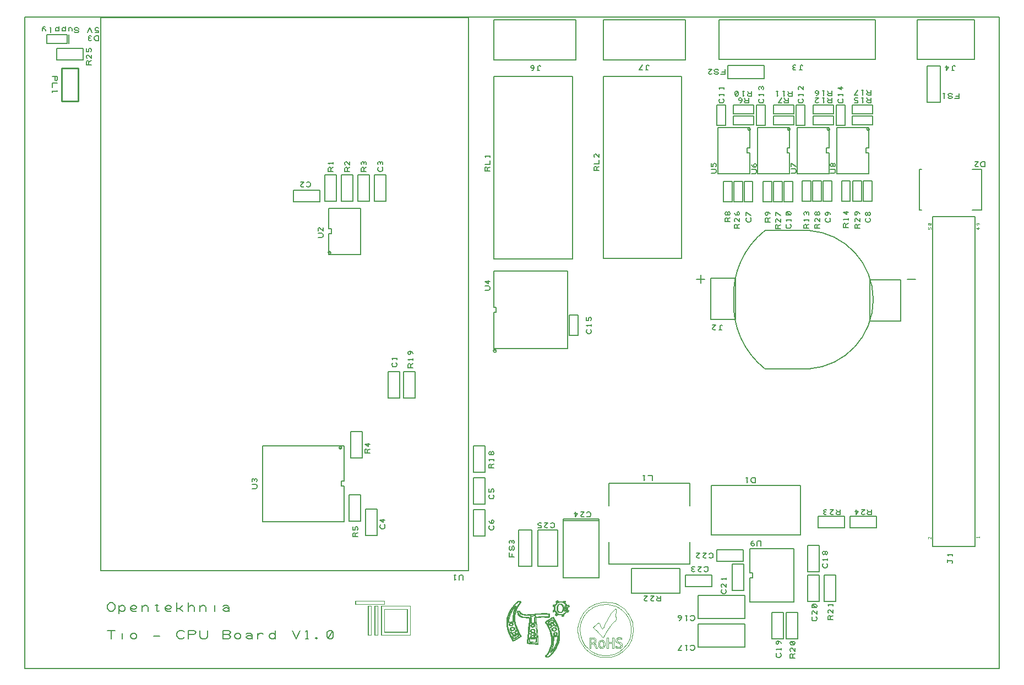
<source format=gbr>
%FSLAX23Y23*%
%MOIN*%
G04 EasyPC Gerber Version 17.0 Build 3379 *
%ADD74C,0.00100*%
%ADD22C,0.00500*%
%ADD128C,0.00591*%
%ADD79C,0.00700*%
%ADD73C,0.01000*%
X0Y0D02*
D02*
D22*
X4Y3D02*
X5904D01*
Y3953*
X4*
Y3*
X136Y3792D02*
Y3845D01*
X259*
Y3792*
X136*
X171Y3591D02*
X201D01*
Y3573*
X198Y3568*
X193Y3566*
X188Y3568*
X186Y3573*
Y3591*
X201Y3551D02*
X171D01*
Y3526*
Y3506D02*
Y3496D01*
Y3501D02*
X201D01*
X196Y3506*
X269Y3792D02*
Y3844D01*
X357Y3760D02*
X197D01*
Y3690*
X357*
Y3760*
X407Y3662D02*
X377D01*
Y3679*
X379Y3684*
X384Y3687*
X389Y3684*
X392Y3679*
Y3662*
Y3679D02*
X407Y3687D01*
Y3722D02*
Y3702D01*
X389Y3719*
X384Y3722*
X379Y3719*
X377Y3714*
Y3707*
X379Y3702*
X404Y3742D02*
X407Y3747D01*
Y3754*
X404Y3759*
X399Y3762*
X397*
X392Y3759*
X389Y3754*
Y3742*
X377*
Y3762*
X449Y3839D02*
Y3809D01*
X434*
X429Y3811*
X427Y3814*
X424Y3819*
Y3829*
X427Y3834*
X429Y3836*
X434Y3839*
X449*
X407Y3836D02*
X402Y3839D01*
X397*
X392Y3836*
X389Y3831*
X392Y3826*
X397Y3824*
X402*
X397D02*
X392Y3821D01*
X389Y3816*
X392Y3811*
X397Y3809*
X402*
X407Y3811*
X449Y3884D02*
X444Y3887D01*
X437*
X432Y3884*
X429Y3879*
Y3877*
X432Y3872*
X437Y3869*
X449*
Y3857*
X429*
X409D02*
X397Y3887D01*
X384Y3857*
X329Y3879D02*
X327Y3884D01*
X322Y3887*
X312*
X307Y3884*
X304Y3879*
X307Y3874*
X312Y3872*
X322*
X327Y3869*
X329Y3864*
X327Y3859*
X322Y3857*
X312*
X307Y3859*
X304Y3864*
X289Y3867D02*
Y3879D01*
X287Y3884*
X282Y3887*
X277*
X272Y3884*
X269Y3879*
Y3867D02*
Y3887D01*
X249Y3867D02*
Y3894D01*
Y3879D02*
X247Y3884D01*
X242Y3887*
X237*
X232Y3884*
X229Y3879*
Y3874*
X232Y3869*
X237Y3867*
X242*
X247Y3869*
X249Y3874*
Y3879*
X209Y3867D02*
Y3894D01*
Y3879D02*
X207Y3884D01*
X202Y3887*
X197*
X192Y3884*
X189Y3879*
Y3874*
X192Y3869*
X197Y3867*
X202*
X207Y3869*
X209Y3874*
Y3879*
X157Y3887D02*
X159D01*
Y3857*
X129Y3867D02*
X127Y3877D01*
X122Y3882*
X117*
X112Y3877*
X109Y3867*
X112Y3877D02*
X114Y3887D01*
X117Y3892*
X122Y3894*
X127Y3892*
X1379Y1092D02*
X1402D01*
X1407Y1095*
X1409Y1100*
Y1110*
X1407Y1115*
X1402Y1117*
X1379*
X1407Y1135D02*
X1409Y1140D01*
Y1145*
X1407Y1150*
X1402Y1152*
X1397Y1150*
X1394Y1145*
Y1140*
Y1145D02*
X1392Y1150D01*
X1387Y1152*
X1382Y1150*
X1379Y1145*
Y1140*
X1382Y1135*
X1630Y2833D02*
X1790D01*
Y2903*
X1630*
Y2833*
X1710Y2947D02*
X1712Y2949D01*
X1717Y2952*
X1725*
X1730Y2949*
X1732Y2947*
X1735Y2942*
Y2932*
X1732Y2927*
X1730Y2924*
X1725Y2922*
X1717*
X1712Y2924*
X1710Y2927*
X1675Y2952D02*
X1695D01*
X1677Y2934*
X1675Y2929*
X1677Y2924*
X1682Y2922*
X1690*
X1695Y2924*
X1779Y2615D02*
X1801D01*
X1806Y2618*
X1809Y2623*
Y2633*
X1806Y2638*
X1801Y2640*
X1779*
X1809Y2675D02*
Y2655D01*
X1791Y2673*
X1786Y2675*
X1781Y2673*
X1779Y2668*
Y2660*
X1781Y2655*
X1841Y2523D02*
G75*
G03X1856I8D01*
G01*
G75*
G03X1841I-8*
G01*
G36*
G75*
G03X1856I8*
G01*
G75*
G03X1841I-8*
G01*
G37*
X1845Y2793D02*
X2037D01*
Y2513*
X1845*
Y2638*
X1860*
Y2667*
X1845*
Y2793*
X1871Y3015D02*
X1841D01*
Y3033*
X1844Y3038*
X1849Y3040*
X1854Y3038*
X1856Y3033*
Y3015*
Y3033D02*
X1871Y3040D01*
Y3060D02*
Y3070D01*
Y3065D02*
X1841D01*
X1846Y3060*
X1889Y2835D02*
Y2995D01*
X1819*
Y2835*
X1889*
X1923Y1340D02*
G75*
G03X1907I-8D01*
G01*
G75*
G03X1923I8*
G01*
G36*
G75*
G03X1907I-8*
G01*
G75*
G03X1923I8*
G01*
G37*
X1937Y890D02*
X1444D01*
Y1352*
X1937*
Y1137*
X1922*
Y1107*
X1937*
Y890*
X1968Y1055D02*
Y895D01*
X2038*
Y1055*
X1968*
X1971Y3015D02*
X1941D01*
Y3033*
X1944Y3038*
X1949Y3040*
X1954Y3038*
X1956Y3033*
Y3015*
Y3033D02*
X1971Y3040D01*
Y3075D02*
Y3055D01*
X1954Y3073*
X1949Y3075*
X1944Y3073*
X1941Y3068*
Y3060*
X1944Y3055*
X1989Y2835D02*
Y2995D01*
X1919*
Y2835*
X1989*
X2020Y800D02*
X1990D01*
Y817*
X1993Y822*
X1998Y825*
X2003Y822*
X2005Y817*
Y800*
Y817D02*
X2020Y825D01*
X2018Y840D02*
X2020Y845D01*
Y852*
X2018Y857*
X2013Y860*
X2010*
X2005Y857*
X2003Y852*
Y840*
X1990*
Y860*
X2047Y1278D02*
Y1438D01*
X1977*
Y1278*
X2047*
X2071Y3015D02*
X2041D01*
Y3033*
X2044Y3038*
X2049Y3040*
X2054Y3038*
X2056Y3033*
Y3015*
Y3033D02*
X2071Y3040D01*
X2069Y3058D02*
X2071Y3063D01*
Y3068*
X2069Y3073*
X2064Y3075*
X2059Y3073*
X2056Y3068*
Y3063*
Y3068D02*
X2054Y3073D01*
X2049Y3075*
X2044Y3073*
X2041Y3068*
Y3063*
X2044Y3058*
X2089Y2835D02*
Y2995D01*
X2019*
Y2835*
X2089*
X2093Y1308D02*
X2063D01*
Y1325*
X2065Y1330*
X2070Y1333*
X2075Y1330*
X2078Y1325*
Y1308*
Y1325D02*
X2093Y1333D01*
Y1360D02*
X2063D01*
X2083Y1348*
Y1368*
X2138Y807D02*
Y967D01*
X2068*
Y807*
X2138*
X2166Y3040D02*
X2169Y3038D01*
X2171Y3033*
Y3025*
X2169Y3020*
X2166Y3018*
X2161Y3015*
X2151*
X2146Y3018*
X2144Y3020*
X2141Y3025*
Y3033*
X2144Y3038*
X2146Y3040*
X2169Y3058D02*
X2171Y3063D01*
Y3068*
X2169Y3073*
X2164Y3075*
X2159Y3073*
X2156Y3068*
Y3063*
Y3068D02*
X2154Y3073D01*
X2149Y3075*
X2144Y3073*
X2141Y3068*
Y3063*
X2144Y3058*
X2189Y2835D02*
Y2995D01*
X2119*
Y2835*
X2189*
X2180Y874D02*
X2183Y871D01*
X2185Y866*
Y859*
X2183Y854*
X2180Y851*
X2175Y849*
X2165*
X2160Y851*
X2158Y854*
X2155Y859*
Y866*
X2158Y871*
X2160Y874*
X2185Y901D02*
X2155D01*
X2175Y889*
Y909*
X2251Y1856D02*
X2254Y1853D01*
X2256Y1848*
Y1841*
X2254Y1836*
X2251Y1833*
X2246Y1831*
X2236*
X2231Y1833*
X2229Y1836*
X2226Y1841*
Y1848*
X2229Y1853*
X2231Y1856*
X2256Y1876D02*
Y1886D01*
Y1881D02*
X2226D01*
X2231Y1876*
X2274Y1641D02*
Y1801D01*
X2204*
Y1641*
X2274*
X2296Y1800D02*
Y1640D01*
X2366*
Y1800*
X2296*
X2354Y1826D02*
X2324D01*
Y1843*
X2326Y1848*
X2331Y1851*
X2336Y1848*
X2339Y1843*
Y1826*
Y1843D02*
X2354Y1851D01*
Y1871D02*
Y1881D01*
Y1876D02*
X2324D01*
X2329Y1871*
X2354Y1913D02*
X2351Y1918D01*
X2346Y1923*
X2339Y1926*
X2331*
X2326Y1923*
X2324Y1918*
Y1913*
X2326Y1908*
X2331Y1906*
X2336Y1908*
X2339Y1913*
Y1918*
X2336Y1923*
X2331Y1926*
X2658Y538D02*
Y560D01*
X2656Y565*
X2651Y568*
X2641*
X2636Y565*
X2633Y560*
Y538*
X2613Y568D02*
X2603D01*
X2608D02*
Y538D01*
X2613Y543*
X2691Y595D02*
Y3949D01*
X463*
Y595*
X2691*
X2719Y1157D02*
Y997D01*
X2789*
Y1157*
X2719*
Y1353D02*
Y1193D01*
X2789*
Y1353*
X2719*
X2791Y804D02*
Y964D01*
X2721*
Y804*
X2791*
X2789Y2295D02*
X2812D01*
X2817Y2298*
X2819Y2303*
Y2313*
X2817Y2318*
X2812Y2320*
X2789*
X2819Y2348D02*
X2789D01*
X2809Y2335*
Y2355*
X2819Y3018D02*
X2789D01*
Y3035*
X2792Y3040*
X2797Y3043*
X2802Y3040*
X2804Y3035*
Y3018*
Y3035D02*
X2819Y3043D01*
X2789Y3058D02*
X2819D01*
Y3083*
Y3103D02*
Y3113D01*
Y3108D02*
X2789D01*
X2794Y3103*
X2841Y1928D02*
G75*
G03X2859I9D01*
G01*
G75*
G03X2841I-9*
G01*
G36*
G75*
G03X2859I9*
G01*
G75*
G03X2841I-9*
G01*
G37*
X2843Y2410D02*
X3289D01*
Y1941*
X2843*
Y2160*
X2858*
Y2191*
X2843*
Y2410*
X2845Y3692D02*
X3341D01*
Y3934*
X2845*
Y3692*
X2845Y2485D02*
Y3590D01*
X3320*
Y2485*
X2845*
X2843Y1217D02*
X2813D01*
Y1234*
X2816Y1239*
X2821Y1242*
X2826Y1239*
X2828Y1234*
Y1217*
Y1234D02*
X2843Y1242D01*
Y1262D02*
Y1272D01*
Y1267D02*
X2813D01*
X2818Y1262*
X2828Y1304D02*
Y1309D01*
X2826Y1314*
X2821Y1317*
X2816Y1314*
X2813Y1309*
Y1304*
X2816Y1299*
X2821Y1297*
X2826Y1299*
X2828Y1304*
X2831Y1299*
X2836Y1297*
X2841Y1299*
X2843Y1304*
Y1309*
X2841Y1314*
X2836Y1317*
X2831Y1314*
X2828Y1309*
X2839Y867D02*
X2842Y865D01*
X2844Y860*
Y852*
X2842Y847*
X2839Y845*
X2834Y842*
X2824*
X2819Y845*
X2817Y847*
X2814Y852*
Y860*
X2817Y865*
X2819Y867*
X2837Y882D02*
X2832Y885D01*
X2829Y890*
Y895*
X2832Y900*
X2837Y902*
X2842Y900*
X2844Y895*
Y890*
X2842Y885*
X2837Y882*
X2829*
X2822Y885*
X2817Y890*
X2814Y895*
X2839Y1055D02*
X2842Y1052D01*
X2844Y1047*
Y1040*
X2842Y1035*
X2839Y1032*
X2834Y1030*
X2824*
X2819Y1032*
X2817Y1035*
X2814Y1040*
Y1047*
X2817Y1052*
X2819Y1055*
X2842Y1070D02*
X2844Y1075D01*
Y1082*
X2842Y1087*
X2837Y1090*
X2834*
X2829Y1087*
X2827Y1082*
Y1070*
X2814*
Y1090*
X2968Y679D02*
X2938D01*
Y704*
X2953Y699D02*
Y679D01*
X2960Y719D02*
X2965Y721D01*
X2968Y726*
Y736*
X2965Y741*
X2960Y744*
X2955Y741*
X2953Y736*
Y726*
X2950Y721*
X2945Y719*
X2940Y721*
X2938Y726*
Y736*
X2940Y741*
X2945Y744*
X2965Y761D02*
X2968Y766D01*
Y771*
X2965Y776*
X2960Y779*
X2955Y776*
X2953Y771*
Y766*
Y771D02*
X2950Y776D01*
X2945Y779*
X2940Y776*
X2938Y771*
Y766*
X2940Y761*
X2994Y841D02*
Y621D01*
X3074*
Y841*
X2994*
X3126Y3652D02*
X3124Y3654D01*
X3119Y3657*
X3114Y3654*
X3111Y3652*
Y3627*
X3106*
X3111D02*
X3121D01*
X3086Y3649D02*
X3084Y3644D01*
X3079Y3642*
X3074*
X3069Y3644*
X3066Y3649*
X3069Y3654*
X3074Y3657*
X3079*
X3084Y3654*
X3086Y3649*
Y3642*
X3084Y3634*
X3079Y3629*
X3074Y3627*
X3187Y880D02*
X3190Y882D01*
X3195Y885*
X3202*
X3207Y882*
X3210Y880*
X3212Y875*
Y865*
X3210Y860*
X3207Y857*
X3202Y855*
X3195*
X3190Y857*
X3187Y860*
X3152Y885D02*
X3172D01*
X3155Y867*
X3152Y862*
X3155Y857*
X3160Y855*
X3167*
X3172Y857*
X3132Y882D02*
X3127Y885D01*
X3120*
X3115Y882*
X3112Y877*
Y875*
X3115Y870*
X3120Y867*
X3132*
Y855*
X3112*
X3230Y623D02*
Y843D01*
X3110*
Y623*
X3230*
X3302Y2146D02*
X3355D01*
Y2023*
X3302*
Y2146*
X3406Y946D02*
X3408Y948D01*
X3413Y951*
X3421*
X3426Y948*
X3428Y946*
X3431Y941*
Y931*
X3428Y926*
X3426Y923*
X3421Y921*
X3413*
X3408Y923*
X3406Y926*
X3371Y951D02*
X3391D01*
X3373Y933*
X3371Y928*
X3373Y923*
X3378Y921*
X3386*
X3391Y923*
X3338Y951D02*
Y921D01*
X3351Y941*
X3331*
X3430Y2057D02*
X3432Y2054D01*
X3435Y2049*
Y2042*
X3432Y2037*
X3430Y2034*
X3425Y2032*
X3415*
X3410Y2034*
X3407Y2037*
X3405Y2042*
Y2049*
X3407Y2054*
X3410Y2057*
X3435Y2077D02*
Y2087D01*
Y2082D02*
X3405D01*
X3410Y2077*
X3432Y2112D02*
X3435Y2117D01*
Y2124*
X3432Y2129*
X3427Y2132*
X3425*
X3420Y2129*
X3417Y2124*
Y2112*
X3405*
Y2132*
X3482Y553D02*
Y908D01*
X3265*
Y553*
X3482*
X3482Y3021D02*
X3452D01*
Y3039*
X3455Y3044*
X3460Y3046*
X3465Y3044*
X3467Y3039*
Y3021*
Y3039D02*
X3482Y3046D01*
X3452Y3061D02*
X3482D01*
Y3086*
Y3121D02*
Y3101D01*
X3465Y3119*
X3460Y3121*
X3455Y3119*
X3452Y3114*
Y3106*
X3455Y3101*
X3506Y2487D02*
Y3592D01*
X3981*
Y2487*
X3506*
X3508Y3693D02*
X4004D01*
Y3935*
X3508*
Y3693*
X3678Y458D02*
X3970D01*
Y608*
X3678*
Y458*
X3783Y3655D02*
X3780Y3658D01*
X3775Y3660*
X3770Y3658*
X3768Y3655*
Y3630*
X3763*
X3768D02*
X3778D01*
X3743Y3660D02*
X3723Y3630D01*
X3743*
X3803Y1143D02*
Y1173D01*
X3778*
X3758D02*
X3748D01*
X3753D02*
Y1143D01*
X3758Y1148*
X3854Y442D02*
Y412D01*
X3836*
X3831Y414*
X3829Y419*
X3831Y424*
X3836Y427*
X3854*
X3836D02*
X3829Y442D01*
X3794D02*
X3814D01*
X3796Y424*
X3794Y419*
X3796Y414*
X3801Y412*
X3809*
X3814Y414*
X3754Y442D02*
X3774D01*
X3756Y424*
X3754Y419*
X3756Y414*
X3761Y412*
X3769*
X3774Y414*
X4005Y498D02*
X4165D01*
Y568*
X4005*
Y498*
X4031Y769D02*
Y634D01*
X3541*
Y769*
X4031Y989D02*
Y1124D01*
X3541*
Y989*
X4034Y318D02*
X4036Y321D01*
X4041Y323*
X4049*
X4054Y321*
X4056Y318*
X4059Y313*
Y303*
X4056Y298*
X4054Y296*
X4049Y293*
X4041*
X4036Y296*
X4034Y298*
X4014Y323D02*
X4004D01*
X4009D02*
Y293D01*
X4014Y298*
X3979Y316D02*
X3976Y311D01*
X3971Y308*
X3966*
X3961Y311*
X3959Y316*
X3961Y321*
X3966Y323*
X3971*
X3976Y321*
X3979Y316*
Y308*
X3976Y301*
X3971Y296*
X3966Y293*
X4035Y137D02*
X4037Y140D01*
X4042Y142*
X4050*
X4055Y140*
X4057Y137*
X4060Y132*
Y122*
X4057Y117*
X4055Y115*
X4050Y112*
X4042*
X4037Y115*
X4035Y117*
X4015Y142D02*
X4005D01*
X4010D02*
Y112D01*
X4015Y117*
X3980Y142D02*
X3960Y112D01*
X3980*
X4071Y2363D02*
X4121D01*
X4079Y131D02*
X4363D01*
Y271*
X4079*
Y131*
Y306D02*
X4363D01*
Y446*
X4079*
Y306*
X4096Y2388D02*
Y2338D01*
X4117Y614D02*
X4120Y617D01*
X4125Y619*
X4132*
X4137Y617*
X4140Y614*
X4142Y609*
Y599*
X4140Y594*
X4137Y592*
X4132Y589*
X4125*
X4120Y592*
X4117Y594*
X4082Y619D02*
X4102D01*
X4085Y602*
X4082Y597*
X4085Y592*
X4090Y589*
X4097*
X4102Y592*
X4060Y617D02*
X4055Y619D01*
X4050*
X4045Y617*
X4042Y612*
X4045Y607*
X4050Y604*
X4055*
X4050D02*
X4045Y602D01*
X4042Y597*
X4045Y592*
X4050Y589*
X4055*
X4060Y592*
X4156Y2118D02*
X4306D01*
Y2368*
X4156*
Y2118*
X4147Y696D02*
X4150Y699D01*
X4155Y701*
X4162*
X4167Y699*
X4170Y696*
X4172Y691*
Y681*
X4170Y676*
X4167Y674*
X4162Y671*
X4155*
X4150Y674*
X4147Y676*
X4112Y701D02*
X4132D01*
X4115Y684*
X4112Y679*
X4115Y674*
X4120Y671*
X4127*
X4132Y674*
X4072Y701D02*
X4092D01*
X4075Y684*
X4072Y679*
X4075Y674*
X4080Y671*
X4087*
X4092Y674*
X4194Y3417D02*
X4247D01*
Y3294*
X4194*
Y3417*
X4195Y652D02*
X4355D01*
Y722*
X4195*
Y652*
X4160Y3004D02*
X4182D01*
X4187Y3007*
X4190Y3012*
Y3022*
X4187Y3027*
X4182Y3029*
X4160*
X4187Y3044D02*
X4190Y3049D01*
Y3057*
X4187Y3062*
X4182Y3064*
X4180*
X4175Y3062*
X4172Y3057*
Y3044*
X4160*
Y3064*
X4206Y3694D02*
X5154D01*
Y3936*
X4206*
Y3694*
X4228Y2080D02*
X4226Y2083D01*
X4221Y2085*
X4216Y2083*
X4213Y2080*
Y2055*
X4208*
X4213D02*
X4223D01*
X4168Y2085D02*
X4188D01*
X4171Y2068*
X4168Y2063*
X4171Y2058*
X4176Y2055*
X4183*
X4188Y2058*
X4243Y3634D02*
Y3604D01*
X4218*
X4223Y3619D02*
X4243D01*
X4203Y3627D02*
X4201Y3632D01*
X4196Y3634*
X4186*
X4181Y3632*
X4178Y3627*
X4181Y3622*
X4186Y3619*
X4196*
X4201Y3617*
X4203Y3612*
X4201Y3607*
X4196Y3604*
X4186*
X4181Y3607*
X4178Y3612*
X4143Y3634D02*
X4163D01*
X4146Y3617*
X4143Y3612*
X4146Y3607*
X4151Y3604*
X4158*
X4163Y3607*
X4232Y3455D02*
X4235Y3452D01*
X4237Y3447*
Y3440*
X4235Y3435*
X4232Y3432*
X4227Y3430*
X4217*
X4212Y3432*
X4210Y3435*
X4207Y3440*
Y3447*
X4210Y3452*
X4212Y3455*
X4237Y3475D02*
Y3485D01*
Y3480D02*
X4207D01*
X4212Y3475*
X4237Y3515D02*
Y3525D01*
Y3520D02*
X4207D01*
X4212Y3515*
X4246Y481D02*
X4248Y478D01*
X4251Y473*
Y466*
X4248Y461*
X4246Y458*
X4241Y456*
X4231*
X4226Y458*
X4223Y461*
X4221Y466*
Y473*
X4223Y478*
X4226Y481*
X4251Y516D02*
Y496D01*
X4233Y513*
X4228Y516*
X4223Y513*
X4221Y508*
Y501*
X4223Y496*
X4251Y541D02*
Y551D01*
Y546D02*
X4221D01*
X4226Y541*
X4261Y3577D02*
X4481D01*
Y3657*
X4261*
Y3577*
X4275Y2711D02*
X4245D01*
Y2728*
X4247Y2733*
X4252Y2736*
X4257Y2733*
X4260Y2728*
Y2711*
Y2728D02*
X4275Y2736D01*
X4260Y2758D02*
Y2763D01*
X4257Y2768*
X4252Y2771*
X4247Y2768*
X4245Y2763*
Y2758*
X4247Y2753*
X4252Y2751*
X4257Y2753*
X4260Y2758*
X4262Y2753*
X4267Y2751*
X4272Y2753*
X4275Y2758*
Y2763*
X4272Y2768*
X4267Y2771*
X4262Y2768*
X4260Y2763*
X4286Y2831D02*
X4233D01*
Y2954*
X4286*
Y2831*
X4295Y3297D02*
Y3350D01*
X4418*
Y3297*
X4295*
X4296Y2238D02*
G75*
G02X4486Y2658I499J27D01*
G01*
X4296Y2238D02*
G75*
G03X4486Y1818I499J-27D01*
G01*
X4331Y2670D02*
X4301D01*
Y2687*
X4303Y2692*
X4308Y2695*
X4313Y2692*
X4316Y2687*
Y2670*
Y2687D02*
X4331Y2695D01*
Y2730D02*
Y2710D01*
X4313Y2727*
X4308Y2730*
X4303Y2727*
X4301Y2722*
Y2715*
X4303Y2710*
X4323Y2750D02*
X4318Y2752D01*
X4316Y2757*
Y2762*
X4318Y2767*
X4323Y2770*
X4328Y2767*
X4331Y2762*
Y2757*
X4328Y2752*
X4323Y2750*
X4316*
X4308Y2752*
X4303Y2757*
X4301Y2762*
X4350Y2831D02*
X4297D01*
Y2954*
X4350*
Y2831*
X4356Y475D02*
Y635D01*
X4286*
Y475*
X4356*
X4359Y2954D02*
X4412D01*
Y2831*
X4359*
Y2954*
X4386Y3461D02*
Y3431D01*
X4368*
X4363Y3433*
X4361Y3438*
X4363Y3443*
X4368Y3446*
X4386*
X4368D02*
X4361Y3461D01*
X4346Y3453D02*
X4343Y3448D01*
X4338Y3446*
X4333*
X4328Y3448*
X4326Y3453*
X4328Y3458*
X4333Y3461*
X4338*
X4343Y3458*
X4346Y3453*
Y3446*
X4343Y3438*
X4338Y3433*
X4333Y3431*
X4393Y3003D02*
X4201D01*
Y3283*
X4393*
Y3157*
X4378*
Y3128*
X4393*
Y3003*
X4394Y728D02*
X4661D01*
Y404*
X4394*
Y551*
X4409*
Y581*
X4394*
Y728*
X4397Y3272D02*
G75*
G03X4382I-8D01*
G01*
G75*
G03X4397I8*
G01*
G36*
G75*
G03X4382I-8*
G01*
G75*
G03X4397I8*
G01*
G37*
X4404Y3503D02*
Y3473D01*
X4387*
X4382Y3476*
X4379Y3481*
X4382Y3486*
X4387Y3488*
X4404*
X4387D02*
X4379Y3503D01*
X4359D02*
X4349D01*
X4354D02*
Y3473D01*
X4359Y3478*
X4322Y3501D02*
X4317Y3503D01*
X4312*
X4307Y3501*
X4304Y3496*
Y3481*
X4307Y3476*
X4312Y3473*
X4317*
X4322Y3476*
X4324Y3481*
Y3496*
X4322Y3501*
X4307Y3476*
X4397Y2734D02*
X4399Y2732D01*
X4402Y2727*
Y2719*
X4399Y2714*
X4397Y2712*
X4392Y2709*
X4382*
X4377Y2712*
X4374Y2714*
X4372Y2719*
Y2727*
X4374Y2732*
X4377Y2734*
X4402Y2749D02*
X4372Y2769D01*
Y2749*
X4418Y3417D02*
Y3364D01*
X4295*
Y3417*
X4418*
X4426Y1159D02*
Y1129D01*
X4411*
X4406Y1132*
X4403Y1134*
X4401Y1139*
Y1149*
X4403Y1154*
X4406Y1157*
X4411Y1159*
X4426*
X4381D02*
X4371D01*
X4376D02*
Y1129D01*
X4381Y1134*
X4434Y3417D02*
X4487D01*
Y3294*
X4434*
Y3417*
X4403Y3003D02*
X4426D01*
X4431Y3005*
X4433Y3010*
Y3020*
X4431Y3025*
X4426Y3028*
X4403*
X4426Y3043D02*
X4421Y3045D01*
X4418Y3050*
Y3055*
X4421Y3060*
X4426Y3063*
X4431Y3060*
X4433Y3055*
Y3050*
X4431Y3045*
X4426Y3043*
X4418*
X4411Y3045*
X4406Y3050*
X4403Y3055*
X4462Y746D02*
Y769D01*
X4459Y774*
X4454Y776*
X4444*
X4439Y774*
X4437Y769*
Y746*
X4414Y776D02*
X4409Y774D01*
X4404Y769*
X4402Y761*
Y754*
X4404Y749*
X4409Y746*
X4414*
X4419Y749*
X4422Y754*
X4419Y759*
X4414Y761*
X4409*
X4404Y759*
X4402Y754*
X4473Y3455D02*
X4475Y3452D01*
X4478Y3447*
Y3440*
X4475Y3435*
X4473Y3432*
X4468Y3430*
X4458*
X4453Y3432*
X4450Y3435*
X4448Y3440*
Y3447*
X4450Y3452*
X4453Y3455*
X4478Y3475D02*
Y3485D01*
Y3480D02*
X4448D01*
X4453Y3475*
X4475Y3512D02*
X4478Y3517D01*
Y3522*
X4475Y3527*
X4470Y3530*
X4465Y3527*
X4463Y3522*
Y3517*
Y3522D02*
X4460Y3527D01*
X4455Y3530*
X4450Y3527*
X4448Y3522*
Y3517*
X4450Y3512*
X4486Y1818D02*
X4751D01*
X4486Y2658D02*
X4751D01*
X4518Y2709D02*
X4488D01*
Y2727*
X4490Y2732*
X4495Y2734*
X4500Y2732*
X4503Y2727*
Y2709*
Y2727D02*
X4518Y2734D01*
Y2757D02*
X4515Y2762D01*
X4510Y2767*
X4503Y2769*
X4495*
X4490Y2767*
X4488Y2762*
Y2757*
X4490Y2752*
X4495Y2749*
X4500Y2752*
X4503Y2757*
Y2762*
X4500Y2767*
X4495Y2769*
X4527Y2831D02*
X4474D01*
Y2954*
X4527*
Y2831*
X4536Y3297D02*
Y3350D01*
X4659*
Y3297*
X4536*
X4579Y2668D02*
X4549D01*
Y2686*
X4552Y2691*
X4557Y2693*
X4562Y2691*
X4564Y2686*
Y2668*
Y2686D02*
X4579Y2693D01*
Y2728D02*
Y2708D01*
X4562Y2726*
X4557Y2728*
X4552Y2726*
X4549Y2721*
Y2713*
X4552Y2708*
X4579Y2748D02*
X4549Y2768D01*
Y2748*
X4578Y94D02*
X4580Y91D01*
X4583Y86*
Y79*
X4580Y74*
X4578Y71*
X4573Y69*
X4563*
X4558Y71*
X4555Y74*
X4553Y79*
Y86*
X4555Y91*
X4558Y94*
X4583Y114D02*
Y124D01*
Y119D02*
X4553D01*
X4558Y114*
X4583Y156D02*
X4580Y161D01*
X4575Y166*
X4568Y169*
X4560*
X4555Y166*
X4553Y161*
Y156*
X4555Y151*
X4560Y149*
X4565Y151*
X4568Y156*
Y161*
X4565Y166*
X4560Y169*
X4591Y2831D02*
X4538D01*
Y2954*
X4591*
Y2831*
X4598Y180D02*
Y340D01*
X4528*
Y180*
X4598*
X4601Y2954D02*
X4654D01*
Y2831*
X4601*
Y2954*
X4626Y3461D02*
Y3431D01*
X4609*
X4604Y3433*
X4601Y3438*
X4604Y3443*
X4609Y3446*
X4626*
X4609D02*
X4601Y3461D01*
X4586D02*
X4566Y3431D01*
X4586*
X4634Y3003D02*
X4442D01*
Y3283*
X4634*
Y3157*
X4619*
Y3128*
X4634*
Y3003*
X4638Y3272D02*
G75*
G03X4623I-8D01*
G01*
G75*
G03X4638I8*
G01*
G36*
G75*
G03X4623I-8*
G01*
G75*
G03X4638I8*
G01*
G37*
X4649Y3503D02*
Y3473D01*
X4631*
X4626Y3476*
X4624Y3481*
X4626Y3486*
X4631Y3488*
X4649*
X4631D02*
X4624Y3503D01*
X4604D02*
X4594D01*
X4599D02*
Y3473D01*
X4604Y3478*
X4564Y3503D02*
X4554D01*
X4559D02*
Y3473D01*
X4564Y3478*
X4638Y2695D02*
X4640Y2692D01*
X4643Y2687*
Y2680*
X4640Y2675*
X4638Y2672*
X4633Y2670*
X4623*
X4618Y2672*
X4615Y2675*
X4613Y2680*
Y2687*
X4615Y2692*
X4618Y2695*
X4643Y2715D02*
Y2725D01*
Y2720D02*
X4613D01*
X4618Y2715*
X4640Y2752D02*
X4643Y2757D01*
Y2762*
X4640Y2767*
X4635Y2770*
X4620*
X4615Y2767*
X4613Y2762*
Y2757*
X4615Y2752*
X4620Y2750*
X4635*
X4640Y2752*
X4615Y2767*
X4659Y3417D02*
Y3364D01*
X4536*
Y3417*
X4659*
X4675Y3417D02*
X4728D01*
Y3294*
X4675*
Y3417*
X4668Y66D02*
X4638D01*
Y84*
X4640Y89*
X4645Y91*
X4650Y89*
X4653Y84*
Y66*
Y84D02*
X4668Y91D01*
Y126D02*
Y106D01*
X4650Y124*
X4645Y126*
X4640Y124*
X4638Y119*
Y111*
X4640Y106*
X4665Y149D02*
X4668Y154D01*
Y159*
X4665Y164*
X4660Y166*
X4645*
X4640Y164*
X4638Y159*
Y154*
X4640Y149*
X4645Y146*
X4660*
X4665Y149*
X4640Y164*
X4644Y3005D02*
X4666D01*
X4671Y3008*
X4674Y3013*
Y3023*
X4671Y3028*
X4666Y3030*
X4644*
X4674Y3045D02*
X4644Y3065D01*
Y3045*
X4685Y180D02*
Y340D01*
X4615*
Y180*
X4685*
X4700Y812D02*
Y1112D01*
X4162*
Y812*
X4700*
X4714Y3655D02*
X4711Y3658D01*
X4706Y3660*
X4701Y3658*
X4699Y3655*
Y3630*
X4694*
X4699D02*
X4709D01*
X4671Y3658D02*
X4666Y3660D01*
X4661*
X4656Y3658*
X4654Y3653*
X4656Y3648*
X4661Y3645*
X4666*
X4661D02*
X4656Y3643D01*
X4654Y3638*
X4656Y3633*
X4661Y3630*
X4666*
X4671Y3633*
X4711Y3455D02*
X4714Y3452D01*
X4716Y3447*
Y3440*
X4714Y3435*
X4711Y3432*
X4706Y3430*
X4696*
X4691Y3432*
X4689Y3435*
X4686Y3440*
Y3447*
X4689Y3452*
X4691Y3455*
X4716Y3475D02*
Y3485D01*
Y3480D02*
X4686D01*
X4691Y3475*
X4716Y3530D02*
Y3510D01*
X4699Y3527*
X4694Y3530*
X4689Y3527*
X4686Y3522*
Y3515*
X4689Y3510*
X4745Y567D02*
Y407D01*
X4815*
Y567*
X4745*
X4751Y2670D02*
X4721D01*
Y2687*
X4724Y2692*
X4729Y2695*
X4734Y2692*
X4736Y2687*
Y2670*
Y2687D02*
X4751Y2695D01*
Y2715D02*
Y2725D01*
Y2720D02*
X4721D01*
X4726Y2715*
X4749Y2752D02*
X4751Y2757D01*
Y2762*
X4749Y2767*
X4744Y2770*
X4739Y2767*
X4736Y2762*
Y2757*
Y2762D02*
X4734Y2767D01*
X4729Y2770*
X4724Y2767*
X4721Y2762*
Y2757*
X4724Y2752*
X4763Y2835D02*
X4710D01*
Y2958*
X4763*
Y2835*
X4776Y3297D02*
Y3350D01*
X4899*
Y3297*
X4776*
X4795Y316D02*
X4797Y313D01*
X4800Y308*
Y301*
X4797Y296*
X4795Y293*
X4790Y291*
X4780*
X4775Y293*
X4772Y296*
X4770Y301*
Y308*
X4772Y313*
X4775Y316*
X4800Y351D02*
Y331D01*
X4782Y348*
X4777Y351*
X4772Y348*
X4770Y343*
Y336*
X4772Y331*
X4797Y373D02*
X4800Y378D01*
Y383*
X4797Y388*
X4792Y391*
X4777*
X4772Y388*
X4770Y383*
Y378*
X4772Y373*
X4777Y371*
X4792*
X4797Y373*
X4772Y388*
X4815Y587D02*
Y747D01*
X4745*
Y587*
X4815*
X4817Y2670D02*
X4787D01*
Y2687*
X4790Y2692*
X4795Y2695*
X4800Y2692*
X4802Y2687*
Y2670*
Y2687D02*
X4817Y2695D01*
Y2730D02*
Y2710D01*
X4800Y2727*
X4795Y2730*
X4790Y2727*
X4787Y2722*
Y2715*
X4790Y2710*
X4802Y2757D02*
Y2762D01*
X4800Y2767*
X4795Y2770*
X4790Y2767*
X4787Y2762*
Y2757*
X4790Y2752*
X4795Y2750*
X4800Y2752*
X4802Y2757*
X4805Y2752*
X4810Y2750*
X4815Y2752*
X4817Y2757*
Y2762*
X4815Y2767*
X4810Y2770*
X4805Y2767*
X4802Y2762*
X4828Y2835D02*
X4775D01*
Y2958*
X4828*
Y2835*
X4838Y2958D02*
X4891D01*
Y2835*
X4838*
Y2958*
X4845Y567D02*
Y407D01*
X4915*
Y567*
X4845*
X4860Y638D02*
X4862Y635D01*
X4865Y630*
Y623*
X4862Y618*
X4860Y615*
X4855Y613*
X4845*
X4840Y615*
X4837Y618*
X4835Y623*
Y630*
X4837Y635*
X4840Y638*
X4865Y658D02*
Y668D01*
Y663D02*
X4835D01*
X4840Y658*
X4850Y700D02*
Y705D01*
X4847Y710*
X4842Y713*
X4837Y710*
X4835Y705*
Y700*
X4837Y695*
X4842Y693*
X4847Y695*
X4850Y700*
X4852Y695*
X4857Y693*
X4862Y695*
X4865Y700*
Y705*
X4862Y710*
X4857Y713*
X4852Y710*
X4850Y705*
X4873Y3003D02*
X4682D01*
Y3283*
X4873*
Y3157*
X4858*
Y3128*
X4873*
Y3003*
X4877Y3272D02*
G75*
G03X4862I-8D01*
G01*
G75*
G03X4877I8*
G01*
G36*
G75*
G03X4862I-8*
G01*
G75*
G03X4877I8*
G01*
G37*
X4876Y2733D02*
X4879Y2731D01*
X4881Y2726*
Y2718*
X4879Y2713*
X4876Y2711*
X4871Y2708*
X4861*
X4856Y2711*
X4854Y2713*
X4851Y2718*
Y2726*
X4854Y2731*
X4856Y2733*
X4881Y2756D02*
X4879Y2761D01*
X4874Y2766*
X4866Y2768*
X4859*
X4854Y2766*
X4851Y2761*
Y2756*
X4854Y2751*
X4859Y2748*
X4864Y2751*
X4866Y2756*
Y2761*
X4864Y2766*
X4859Y2768*
X4890Y3462D02*
Y3432D01*
X4872*
X4867Y3435*
X4865Y3440*
X4867Y3445*
X4872Y3447*
X4890*
X4872D02*
X4865Y3462D01*
X4845D02*
X4835D01*
X4840D02*
Y3432D01*
X4845Y3437*
X4790Y3462D02*
X4810D01*
X4792Y3445*
X4790Y3440*
X4792Y3435*
X4797Y3432*
X4805*
X4810Y3435*
X4890Y3504D02*
Y3474D01*
X4872*
X4867Y3477*
X4865Y3482*
X4867Y3487*
X4872Y3489*
X4890*
X4872D02*
X4865Y3504D01*
X4845D02*
X4835D01*
X4840D02*
Y3474D01*
X4845Y3479*
X4810Y3497D02*
X4807Y3492D01*
X4802Y3489*
X4797*
X4792Y3492*
X4790Y3497*
X4792Y3502*
X4797Y3504*
X4802*
X4807Y3502*
X4810Y3497*
Y3489*
X4807Y3482*
X4802Y3477*
X4797Y3474*
X4899Y3417D02*
Y3364D01*
X4776*
Y3417*
X4899*
X4897Y297D02*
X4867D01*
Y315*
X4870Y320*
X4875Y322*
X4880Y320*
X4882Y315*
Y297*
Y315D02*
X4897Y322D01*
Y357D02*
Y337D01*
X4880Y355*
X4875Y357*
X4870Y355*
X4867Y350*
Y342*
X4870Y337*
X4897Y382D02*
Y392D01*
Y387D02*
X4867D01*
X4872Y382*
X4916Y3417D02*
X4969D01*
Y3294*
X4916*
Y3417*
X4882Y3004D02*
X4905D01*
X4910Y3007*
X4912Y3012*
Y3022*
X4910Y3027*
X4905Y3029*
X4882*
X4897Y3052D02*
Y3057D01*
X4895Y3062*
X4890Y3064*
X4885Y3062*
X4882Y3057*
Y3052*
X4885Y3047*
X4890Y3044*
X4895Y3047*
X4897Y3052*
X4900Y3047*
X4905Y3044*
X4910Y3047*
X4912Y3052*
Y3057*
X4910Y3062*
X4905Y3064*
X4900Y3062*
X4897Y3057*
X4941Y966D02*
Y936D01*
X4923*
X4918Y938*
X4916Y943*
X4918Y948*
X4923Y951*
X4941*
X4923D02*
X4916Y966D01*
X4881D02*
X4901D01*
X4883Y948*
X4881Y943*
X4883Y938*
X4888Y936*
X4896*
X4901Y938*
X4858Y963D02*
X4853Y966D01*
X4848*
X4843Y963*
X4841Y958*
X4843Y953*
X4848Y951*
X4853*
X4848D02*
X4843Y948D01*
X4841Y943*
X4843Y938*
X4848Y936*
X4853*
X4858Y938*
X4953Y3456D02*
X4956Y3453D01*
X4958Y3448*
Y3441*
X4956Y3436*
X4953Y3433*
X4948Y3431*
X4938*
X4933Y3433*
X4931Y3436*
X4928Y3441*
Y3448*
X4931Y3453*
X4933Y3456*
X4958Y3476D02*
Y3486D01*
Y3481D02*
X4928D01*
X4933Y3476*
X4958Y3523D02*
X4928D01*
X4948Y3511*
Y3531*
X4967Y924D02*
X4807D01*
Y854*
X4967*
Y924*
X4990Y2675D02*
X4960D01*
Y2692*
X4962Y2697*
X4967Y2700*
X4972Y2697*
X4975Y2692*
Y2675*
Y2692D02*
X4990Y2700D01*
Y2720D02*
Y2730D01*
Y2725D02*
X4960D01*
X4965Y2720*
X4990Y2767D02*
X4960D01*
X4980Y2755*
Y2775*
X5002Y2836D02*
X4949D01*
Y2959*
X5002*
Y2836*
X5015Y3297D02*
Y3350D01*
X5138*
Y3297*
X5015*
X5060Y2670D02*
X5030D01*
Y2687*
X5032Y2692*
X5037Y2695*
X5042Y2692*
X5045Y2687*
Y2670*
Y2687D02*
X5060Y2695D01*
Y2730D02*
Y2710D01*
X5042Y2727*
X5037Y2730*
X5032Y2727*
X5030Y2722*
Y2715*
X5032Y2710*
X5060Y2757D02*
X5057Y2762D01*
X5052Y2767*
X5045Y2770*
X5037*
X5032Y2767*
X5030Y2762*
Y2757*
X5032Y2752*
X5037Y2750*
X5042Y2752*
X5045Y2757*
Y2762*
X5042Y2767*
X5037Y2770*
X5069Y2836D02*
X5016D01*
Y2959*
X5069*
Y2836*
X5082Y2959D02*
X5135D01*
Y2836*
X5082*
Y2959*
X5113Y3003D02*
X4921D01*
Y3283*
X5113*
Y3157*
X5098*
Y3128*
X5113*
Y3003*
X5117Y3272D02*
G75*
G03X5102I-8D01*
G01*
G75*
G03X5117I8*
G01*
G36*
G75*
G03X5102I-8*
G01*
G75*
G03X5117I8*
G01*
G37*
X5121Y2108D02*
X5306D01*
Y2358*
X5121*
Y2108*
X5127Y3462D02*
Y3432D01*
X5109*
X5104Y3435*
X5102Y3440*
X5104Y3445*
X5109Y3447*
X5127*
X5109D02*
X5102Y3462D01*
X5082D02*
X5072D01*
X5077D02*
Y3432D01*
X5082Y3437*
X5047Y3460D02*
X5042Y3462D01*
X5034*
X5029Y3460*
X5027Y3455*
Y3452*
X5029Y3447*
X5034Y3445*
X5047*
Y3432*
X5027*
X5127Y3508D02*
Y3478D01*
X5109*
X5104Y3481*
X5102Y3486*
X5104Y3491*
X5109Y3493*
X5127*
X5109D02*
X5102Y3508D01*
X5082D02*
X5072D01*
X5077D02*
Y3478D01*
X5082Y3483*
X5047Y3508D02*
X5027Y3478D01*
X5047*
X5129Y966D02*
Y936D01*
X5112*
X5107Y938*
X5104Y943*
X5107Y948*
X5112Y951*
X5129*
X5112D02*
X5104Y966D01*
X5069D02*
X5089D01*
X5072Y948*
X5069Y943*
X5072Y938*
X5077Y936*
X5084*
X5089Y938*
X5037Y966D02*
Y936D01*
X5049Y956*
X5029*
X5118Y2733D02*
X5121Y2731D01*
X5123Y2726*
Y2718*
X5121Y2713*
X5118Y2711*
X5113Y2708*
X5103*
X5098Y2711*
X5096Y2713*
X5093Y2718*
Y2726*
X5096Y2731*
X5098Y2733*
X5108Y2756D02*
Y2761D01*
X5106Y2766*
X5101Y2768*
X5096Y2766*
X5093Y2761*
Y2756*
X5096Y2751*
X5101Y2748*
X5106Y2751*
X5108Y2756*
X5111Y2751*
X5116Y2748*
X5121Y2751*
X5123Y2756*
Y2761*
X5121Y2766*
X5116Y2768*
X5111Y2766*
X5108Y2761*
X5138Y3417D02*
Y3364D01*
X5015*
Y3417*
X5138*
X5141Y2238D02*
G75*
G02X4751Y1818I-420J-1D01*
G01*
X5141Y2238D02*
G75*
G03X4751Y2658I-420J1D01*
G01*
X5159Y924D02*
X4999D01*
Y854*
X5159*
Y924*
X5346Y2363D02*
X5396D01*
X5406Y3694D02*
X5754D01*
Y3936*
X5406*
Y3694*
X5435Y2782D02*
X5420D01*
Y3027*
X5435*
X5546Y3434D02*
Y3654D01*
X5466*
Y3434*
X5546*
X5616Y640D02*
X5619Y642D01*
X5621Y647*
X5619Y652*
X5616Y655*
X5591*
Y660*
Y655D02*
Y645D01*
X5621Y685D02*
Y695D01*
Y690D02*
X5591D01*
X5596Y685*
X5636Y3653D02*
X5634Y3655D01*
X5629Y3658*
X5624Y3655*
X5621Y3653*
Y3628*
X5616*
X5621D02*
X5631D01*
X5584Y3658D02*
Y3628D01*
X5596Y3648*
X5576*
X5659Y3488D02*
Y3458D01*
X5634*
X5639Y3473D02*
X5659D01*
X5619Y3481D02*
X5616Y3486D01*
X5611Y3488*
X5601*
X5596Y3486*
X5594Y3481*
X5596Y3476*
X5601Y3473*
X5611*
X5616Y3471*
X5619Y3466*
X5616Y3461*
X5611Y3458*
X5601*
X5596Y3461*
X5594Y3466*
X5574Y3488D02*
X5564D01*
X5569D02*
Y3458D01*
X5574Y3463*
X5742Y2782D02*
X5797D01*
Y3027*
X5742*
X5757Y740D02*
Y2740D01*
X5501*
Y740*
X5757*
X5817Y3074D02*
Y3044D01*
X5802*
X5797Y3046*
X5795Y3049*
X5792Y3054*
Y3064*
X5795Y3069*
X5797Y3071*
X5802Y3074*
X5817*
X5757D02*
X5777D01*
X5760Y3056*
X5757Y3051*
X5760Y3046*
X5765Y3044*
X5772*
X5777Y3046*
D02*
D73*
X228Y3643D02*
Y3443D01*
X328*
Y3643*
X228*
D02*
D74*
X2004Y412D02*
Y392D01*
X2181*
Y412*
X2004*
X2006Y410D02*
X2179D01*
Y393*
X2006*
Y410*
X2082Y205D02*
X2102D01*
Y381*
X2082*
Y205*
X2084Y206D02*
Y380D01*
X2101*
Y206*
X2084*
X2122Y205D02*
X2141D01*
Y381*
X2122*
Y205*
X2123Y206D02*
Y380D01*
X2140*
Y206*
X2123*
X2162Y381D02*
Y205D01*
X2338*
Y381*
X2162*
X2163Y380D02*
X2337D01*
Y206*
X2163*
Y380*
X2180Y363D02*
Y223D01*
X2320*
Y363*
X2180*
X2182Y361D02*
X2318D01*
Y224*
X2182*
Y361*
X2942Y275D02*
X2941Y274D01*
X2940Y273*
X2940Y273*
X2940Y273*
X2941Y274*
X2942Y275*
X2944Y225D02*
X2944Y225D01*
X2944Y225*
X2944Y224*
X2944Y223*
X2945Y220*
X2946Y217*
X2946Y217*
X2945Y218*
X2944Y220*
X2944Y223*
X2944Y225*
X2944Y225*
X2944Y225*
Y226D02*
X2943Y226D01*
X2943Y225*
X2943Y222*
X2943Y220*
X2944Y218*
X2946Y216*
X2946Y216*
X2947Y216*
X2947Y216*
X2947Y218*
X2946Y220*
X2945Y223*
X2945Y224*
X2945Y224*
X2945Y225*
X2944Y226*
X2945Y247D02*
X2944Y244D01*
X2944Y241*
X2945Y238*
X2946Y236*
X2948Y234*
X2948Y234*
X2948*
X2947Y234*
X2945Y235*
X2942Y238*
X2942Y241*
X2942Y244*
X2945Y247*
X2946Y226D02*
X2947D01*
X2947Y226*
X2949Y225*
X2950Y223*
X2951Y222*
X2950Y221*
X2950Y218*
X2949Y217*
X2949Y219*
X2949Y222*
X2948Y224*
X2947Y225*
X2947Y226*
X2946Y226*
X2947Y227D02*
X2946Y226D01*
X2946Y226*
X2946Y225*
X2947Y223*
X2948Y221*
X2948Y219*
X2948Y216*
X2948Y216*
X2949Y216*
X2950Y216*
X2951Y218*
X2951Y220*
X2951Y222*
X2951Y224*
X2949Y226*
X2947Y227*
X2947Y227*
X2948Y251D02*
X2948Y251D01*
X2948Y251*
X2945Y249*
X2942Y245*
X2941Y241*
X2941Y238*
X2944Y235*
X2947Y233*
X2948Y233*
X2948Y233*
X2949Y234*
X2949Y235*
X2947Y236*
X2945Y239*
X2944Y242*
X2945Y245*
X2946Y248*
X2948Y250*
X2948Y250*
X2948Y251*
X2949Y279D02*
X2953Y279D01*
X2957Y276*
X2959Y273*
X2959Y269*
X2957Y265*
X2957Y265*
X2954Y263*
X2950Y262*
X2946Y261*
X2941Y262*
X2939Y262*
X2937Y264*
X2936Y265*
X2935Y267*
X2935Y269*
X2935Y271*
X2936Y273*
X2937Y275*
X2940Y277*
X2945Y279*
X2949Y279*
Y280D02*
X2944Y279D01*
X2940Y278*
X2937Y276*
X2935Y274*
X2934Y271*
X2934Y269*
X2934Y267*
X2935Y265*
X2937Y263*
X2939Y262*
X2941Y261*
X2946Y260*
X2950Y261*
X2954Y262*
X2958Y265*
X2960Y269*
X2960Y273*
X2958Y277*
X2953Y279*
X2949Y280*
X2950Y365D02*
X2945Y356D01*
X2939Y345*
X2934Y334*
X2931Y325*
X2925Y301*
X2924Y275*
X2927Y248*
X2935Y220*
X2940Y209*
X2946Y197*
X2953Y184*
X2959Y173*
X2960Y172*
X2960Y172*
X2959Y172*
X2958Y173*
X2955Y178*
X2951Y185*
X2946Y194*
X2934Y219*
X2926Y244*
X2923Y268*
X2923Y291*
X2925Y304*
X2928Y318*
X2932Y331*
X2938Y345*
X2943Y353*
X2949Y363*
X2950Y365*
X2951Y277D02*
X2951D01*
X2953Y276*
X2955Y275*
X2956Y274*
X2957Y272*
X2957Y270*
X2956Y268*
X2955Y266*
X2954Y265*
X2955Y268*
X2955Y269*
X2954Y269*
X2954Y269*
X2953Y268*
X2953Y267*
X2951Y264*
X2949Y263*
X2948Y263*
X2948Y263*
X2948Y264*
X2949Y264*
X2948Y264*
X2948Y264*
X2947Y264*
X2946Y265*
X2945Y265*
X2942Y267*
X2940Y269*
X2939Y270*
X2939Y270*
X2939Y270*
X2939Y269*
X2939Y268*
X2941Y266*
X2942Y264*
X2942Y264*
X2941Y264*
X2939Y266*
X2937Y267*
X2937Y268*
X2937Y269*
X2937Y270*
X2938Y273*
X2940Y275*
X2941Y275*
X2940Y275*
X2939Y273*
X2939Y273*
X2939Y272*
X2939Y272*
X2940Y272*
X2941Y273*
X2942Y274*
X2944Y276*
X2944Y276*
X2945*
X2947Y276*
X2950Y275*
X2952Y274*
X2953Y273*
X2953Y271*
X2954Y270*
X2954Y270*
X2954Y270*
X2954Y270*
X2955Y270*
X2955Y270*
X2955Y271*
X2955Y272*
X2954Y274*
X2953Y276*
X2952Y277*
X2951Y277*
X2951Y278D02*
X2951Y277D01*
X2950Y277*
X2950Y277*
X2951Y276*
X2952Y275*
X2954Y273*
X2954Y272*
X2953Y273*
X2952Y275*
X2950Y276*
X2947Y277*
X2945Y277*
X2944*
X2943Y277*
X2942Y276*
X2942Y276*
Y276*
X2942Y277*
X2941Y277*
X2941Y276*
X2939Y275*
X2937Y273*
X2936Y270*
X2936Y269*
X2936Y267*
X2938Y265*
X2941Y263*
X2942Y263*
X2943Y263*
X2943Y264*
X2941Y266*
X2940Y269*
X2940Y269*
X2941Y267*
X2944Y265*
X2946Y264*
X2946Y264*
X2945Y263*
X2944Y263*
X2945Y262*
X2945Y262*
X2947Y262*
X2949Y262*
X2952Y264*
X2954Y266*
X2954Y267*
X2953Y265*
X2953Y265*
X2953Y265*
X2953Y264*
X2953Y264*
X2953Y264*
X2953Y264*
X2954Y264*
X2956Y265*
X2957Y268*
X2958Y270*
X2958Y272*
X2957Y274*
X2955Y276*
X2954Y277*
X2951Y278*
X2952Y234D02*
X2951Y234D01*
X2950Y233*
X2950Y233*
X2950Y233*
X2951Y232*
X2951Y232*
X2953Y232*
X2953Y233*
X2953Y233*
X2953*
Y233*
X2953Y233*
X2952Y234*
X2953Y252D02*
X2952Y252D01*
X2951Y252*
X2951Y251*
X2951Y251*
X2952Y251*
X2952Y251*
X2954Y251*
X2954Y251*
X2954Y251*
X2954*
Y252*
X2954Y252*
X2953Y252*
X2954Y250D02*
X2957Y249D01*
X2961Y247*
X2963Y244*
X2964Y241*
X2963Y240*
X2962Y237*
X2960Y235*
X2960Y234*
X2960Y234*
X2960Y234*
X2959Y235*
X2958Y235*
X2958Y234*
X2958Y234*
X2958Y234*
Y233*
X2958Y233*
X2958Y233*
X2958Y233*
X2956Y233*
X2954Y234*
X2950Y237*
X2948Y238*
X2947Y239*
X2946Y241*
X2946Y243*
X2946Y245*
X2948Y247*
X2951Y249*
X2954Y250*
Y251D02*
X2950Y250D01*
X2947Y248*
X2946Y245*
X2945Y243*
X2945Y241*
X2946Y239*
X2949Y236*
X2954Y233*
X2956Y233*
X2958Y232*
X2959Y232*
X2959Y233*
X2959Y234*
X2959Y234*
X2960Y233*
X2961Y233*
X2961Y234*
X2961Y234*
X2961Y234*
X2961Y234*
X2961Y235*
X2962Y237*
X2964Y239*
X2965Y241*
X2964Y245*
X2961Y248*
X2958Y250*
X2954Y251*
Y253D02*
X2960Y253D01*
X2965Y251*
X2968Y248*
X2970Y243*
X2970Y242*
X2970Y240*
X2969Y239*
X2968Y237*
X2965Y235*
X2962Y233*
X2958Y232*
X2954Y231*
X2950Y232*
X2947Y232*
X2945Y233*
X2942Y235*
X2941Y237*
X2940Y239*
X2940Y244*
X2943Y248*
X2947Y251*
X2954Y253*
X2956Y375D02*
X2955Y375D01*
X2955Y374*
X2955Y374*
X2953Y371*
X2951Y368*
X2948Y363*
X2942Y354*
X2938Y345*
X2932Y331*
X2927Y318*
X2924Y305*
X2922Y291*
X2922Y268*
X2926Y244*
X2933Y219*
X2945Y193*
X2950Y184*
X2954Y177*
X2957Y173*
X2959Y171*
X2960Y171*
X2960Y171*
X2961Y171*
X2961Y172*
X2961Y173*
X2960Y174*
X2953Y185*
X2947Y197*
X2941Y209*
X2936Y221*
X2928Y248*
X2925Y275*
X2926Y301*
X2932Y325*
X2935Y334*
X2940Y345*
X2946Y356*
X2951Y366*
X2953Y369*
X2955Y372*
X2956Y373*
X2956Y374*
X2956Y374*
Y374*
X2956Y375*
X2956Y375*
X2957Y254D02*
X2954Y254D01*
X2947Y252*
X2942Y249*
X2939Y244*
X2939Y239*
X2940Y236*
X2942Y234*
X2944Y232*
X2947Y231*
X2950Y231*
X2954Y230*
X2958Y231*
X2962Y232*
X2965Y234*
X2968Y237*
X2970Y238*
X2970Y240*
X2971Y243*
X2969Y248*
X2965Y252*
X2961Y253*
X2957Y254*
X2958Y212D02*
X2959Y211D01*
X2961Y209*
X2963Y208*
X2963Y208*
X2963*
X2961Y208*
X2960Y210*
X2959Y210*
X2958Y212*
X2958Y212*
X2958Y252D02*
X2957Y252D01*
X2956Y252*
X2956Y251*
X2956Y251*
X2957Y251*
X2958Y251*
X2959Y251*
X2959Y251*
X2959Y251*
X2959*
Y252*
X2959Y252*
X2958Y252*
X2960Y219D02*
X2960Y219D01*
X2959Y217*
X2958Y216*
X2958Y217*
X2959Y218*
X2960Y219*
X2961Y251D02*
X2960Y251D01*
X2961Y250*
X2962Y248*
X2964Y246*
X2965Y243*
X2965Y241*
X2964Y238*
X2964Y237*
X2963Y236*
X2963Y235*
X2964Y235*
X2964Y235*
X2965Y236*
X2967Y238*
X2968Y240*
X2968Y242*
X2968Y245*
X2967Y247*
X2965Y250*
X2962Y251*
X2961Y251*
X2961Y381D02*
X2961Y381D01*
X2959Y380*
X2958Y378*
X2957Y376*
X2956Y376*
X2956Y375*
X2956Y375*
X2957Y375*
X2957Y375*
X2957Y375*
X2958Y376*
X2960Y378*
X2961Y380*
X2962Y381*
X2961Y381*
X2961Y381*
X2961Y251D02*
X2962Y250D01*
X2964Y249*
X2966Y247*
X2967Y245*
X2967Y242*
X2967Y240*
X2966Y238*
X2965Y237*
X2964Y236*
X2965Y238*
X2966Y244*
X2963Y249*
X2961Y250*
X2961Y251*
X2962Y221D02*
X2959Y220D01*
X2956Y218*
X2955Y216*
X2954Y213*
X2955Y211*
X2955Y209*
X2958Y207*
X2961Y206*
X2964Y206*
X2966Y206*
X2967Y207*
X2967Y207*
X2968Y207*
X2970Y207*
X2970Y207*
X2971Y208*
Y208*
X2971Y209*
X2972Y211*
X2972Y214*
X2972Y216*
X2970Y218*
X2967Y220*
X2964Y221*
X2962Y221*
X2962Y220D02*
X2964Y220D01*
X2967Y219*
X2970Y218*
X2971Y216*
X2972Y214*
X2971Y211*
X2970Y209*
X2970Y208*
X2970Y208*
X2970Y208*
X2968Y208*
X2967Y208*
X2966Y208*
X2966Y207*
X2966Y207*
X2966Y207*
X2966*
X2964Y207*
X2964Y207*
X2966Y207*
X2966Y208*
X2964Y209*
X2962Y210*
X2960Y212*
X2958Y213*
X2957Y213*
X2957Y213*
X2957Y213*
X2957Y211*
X2959Y209*
X2959Y209*
X2960Y208*
X2962Y207*
X2958Y208*
X2956Y210*
X2955Y211*
X2955Y213*
X2955Y216*
X2957Y218*
X2958Y219*
X2958Y218*
X2957Y217*
X2957Y216*
X2957Y215*
X2957Y215*
X2958Y215*
X2959Y217*
X2960Y218*
X2961Y219*
X2960Y220*
X2960Y220*
X2962Y220*
X2966Y387D02*
X2966Y387D01*
X2965Y387*
X2965Y386*
X2963Y385*
X2962Y383*
X2961Y383*
X2961Y382*
X2961Y382*
X2962Y382*
X2962Y382*
X2962Y382*
X2963Y383*
X2965Y384*
X2966Y386*
X2966Y386*
X2966Y387*
X2966Y387*
X2966Y387*
X2968Y223D02*
X2972Y222D01*
X2974Y221*
X2977Y218*
X2977Y214*
X2976Y210*
X2973Y207*
X2970Y206*
X2965Y205*
X2961Y205*
X2958Y206*
X2956Y207*
X2954Y209*
X2953Y211*
X2953Y214*
X2954Y216*
X2955Y218*
X2957Y220*
X2960Y222*
X2964Y222*
X2968Y223*
X2968Y224D02*
X2964Y223D01*
X2959Y222*
X2956Y221*
X2954Y219*
X2953Y216*
X2952Y214*
X2952Y211*
X2953Y209*
X2955Y207*
X2958Y205*
X2961Y204*
X2965Y205*
X2970Y205*
X2973Y207*
X2977Y210*
X2978Y214*
X2978Y218*
X2975Y222*
X2972Y223*
X2968Y224*
X2970Y222D02*
X2969Y221D01*
Y220*
X2971Y219*
X2972Y217*
X2972Y215*
X2972Y212*
X2972Y210*
X2971Y209*
X2971Y208*
X2971Y208*
X2972Y208*
X2972Y208*
X2973Y208*
X2974Y210*
X2976Y212*
X2976Y215*
X2976Y217*
X2974Y220*
X2972Y221*
X2970Y222*
X2970Y221D02*
X2971Y220D01*
X2973Y219*
X2975Y217*
X2975Y215*
X2975Y213*
X2973Y210*
X2973Y210*
X2973Y212*
X2973Y215*
X2973Y217*
X2971Y219*
X2970Y221*
X2973Y234D02*
X2973Y234D01*
X2973Y233*
X2972Y232*
X2972Y230*
X2973Y229*
X2975Y227*
X2976Y225*
X2976Y225*
X2976Y225*
X2974Y227*
X2972Y229*
X2972Y231*
X2972Y233*
X2973Y234*
X2973Y234*
X2973Y235D02*
X2973Y235D01*
X2972Y233*
X2971Y231*
X2971Y229*
X2973Y226*
X2976Y225*
X2976Y224*
X2977Y224*
X2977Y225*
X2977Y225*
X2977Y226*
X2975Y228*
X2974Y230*
X2973Y231*
X2973Y231*
X2973Y232*
X2974Y233*
X2974Y234*
X2974Y235*
X2973Y235*
X2975Y383D02*
X2975Y383D01*
X2974Y382*
X2973Y380*
X2971Y377*
X2968Y373*
X2965Y368*
X2960Y362*
X2955Y354*
X2949Y343*
X2944Y331*
X2940Y321*
X2937Y313*
X2935Y305*
X2934Y301*
X2934Y297*
X2933Y294*
X2933Y292*
X2933Y288*
X2934Y286*
X2936Y284*
X2938Y284*
X2939Y284*
X2941Y285*
X2947Y285*
X2953Y286*
X2955Y286*
X2956Y287*
X2957Y287*
X2957Y287*
X2957Y288*
X2957Y289*
X2957Y294*
X2958Y300*
X2958Y308*
X2958Y322*
X2959Y332*
X2961Y342*
X2965Y354*
X2967Y362*
X2970Y370*
X2973Y375*
X2976Y379*
X2977Y380*
Y380*
X2976Y377*
X2973Y371*
X2967Y353*
X2962Y335*
X2961Y329*
X2960Y323*
X2960Y315*
X2960Y304*
X2960Y297*
X2960Y290*
X2959Y285*
X2959Y284*
X2959Y284*
X2959Y284*
X2959Y283*
X2958Y283*
X2955Y283*
X2952Y283*
X2947Y283*
X2942Y282*
X2938Y281*
X2935Y281*
X2933Y282*
X2932Y283*
X2932Y287*
X2932Y292*
X2932Y299*
X2933Y306*
X2937Y320*
X2942Y335*
X2949Y349*
X2958Y363*
X2963Y370*
X2968Y377*
X2971Y380*
X2973Y382*
X2975Y383*
X2975Y383*
X2975Y384D02*
X2974Y384D01*
X2972Y383*
X2970Y380*
X2968Y378*
X2962Y371*
X2957Y363*
X2949Y350*
X2942Y335*
X2936Y320*
X2932Y306*
X2931Y299*
X2931Y292*
X2931Y287*
X2931Y283*
X2933Y281*
X2935Y280*
X2938Y281*
X2942Y282*
X2947Y282*
X2952Y282*
X2955Y282*
X2958Y282*
X2960Y283*
X2960Y284*
X2960Y284*
X2960Y285*
X2960Y290*
X2961Y297*
X2961Y304*
X2961Y315*
X2961Y323*
X2962Y328*
X2963Y335*
X2968Y352*
X2974Y370*
X2977Y377*
X2978Y380*
X2978Y381*
X2977Y381*
X2977Y381*
X2976Y381*
X2975Y380*
X2972Y375*
X2969Y370*
X2967Y363*
X2964Y354*
X2961Y342*
X2959Y333*
X2958Y322*
X2957Y308*
X2957Y300*
X2957Y294*
X2956Y289*
X2956Y288*
X2956Y287*
Y287*
X2956Y287*
X2955Y287*
X2953Y287*
X2947Y286*
X2941Y286*
X2937Y285*
X2936Y285*
X2935Y286*
X2934Y289*
X2934Y292*
X2934Y294*
X2935Y297*
X2935Y301*
X2936Y305*
X2938Y313*
X2940Y321*
X2944Y331*
X2950Y342*
X2955Y353*
X2961Y362*
X2965Y368*
X2969Y373*
X2971Y376*
X2973Y379*
X2975Y381*
X2975Y383*
X2976Y383*
X2975Y384*
X2975Y384*
X2976Y234D02*
X2976Y234D01*
X2976Y233*
X2977Y231*
X2978Y229*
X2978Y229*
X2977Y231*
X2976Y233*
X2975Y234*
Y234*
X2976Y234*
Y235D02*
X2975Y235D01*
X2974Y234*
X2974Y234*
X2975Y232*
X2976Y230*
X2978Y228*
X2978Y227*
X2979*
X2979Y228*
Y228*
X2979Y230*
X2978Y232*
X2977Y234*
X2976Y234*
X2976Y235*
X2976Y398D02*
X2976Y398D01*
X2976Y398*
X2976Y398*
X2974Y397*
X2971Y393*
X2968Y390*
X2967Y389*
X2967Y389*
X2966Y388*
X2967Y388*
X2967Y388*
X2967Y388*
X2967Y388*
X2968Y388*
X2969Y389*
X2972Y393*
X2976Y396*
X2977Y397*
X2977Y398*
X2977Y398*
X2977Y398*
X2976Y398*
X2982Y404D02*
X2982Y404D01*
X2982Y403*
X2981Y403*
X2980Y402*
X2980Y401*
X2980Y401*
X2980Y401*
X2980Y400*
X2980Y400*
X2981Y400*
X2982Y402*
X2983Y403*
X2983Y403*
X2983Y403*
Y403*
X2983Y403*
X2983Y404*
X2982*
X2983Y219D02*
X2983Y218D01*
X2983Y215*
Y214*
X2983Y216*
X2982Y216*
X2982Y216*
X2980Y215*
X2980Y213*
X2978Y210*
X2976Y207*
X2974Y204*
X2971Y203*
X2968Y202*
X2963Y202*
X2958*
X2955Y201*
X2954Y200*
X2953Y198*
X2954Y195*
X2956Y191*
X2958Y188*
X2960Y185*
X2963Y183*
X2967Y184*
X2970Y184*
X2973Y186*
X2976Y187*
X2980Y190*
X2984Y192*
X2987Y194*
X2990Y196*
X2991Y198*
X2993Y202*
X2992Y207*
X2990Y212*
X2986Y217*
X2984Y218*
X2983Y219*
X2984Y217D02*
X2985Y216D01*
X2989Y212*
X2991Y207*
X2992Y202*
X2991Y198*
X2989Y197*
X2987Y195*
X2984Y193*
X2980Y190*
X2976Y188*
X2972Y186*
X2970Y185*
X2967Y184*
X2964Y184*
X2961Y186*
X2959Y188*
X2956Y192*
X2955Y195*
X2954Y198*
X2954Y200*
X2955Y200*
X2958Y201*
X2963Y201*
X2968Y201*
X2972Y202*
X2975Y203*
X2977Y206*
X2979Y209*
X2980Y213*
X2981Y215*
X2982Y215*
X2982Y215*
X2982Y215*
X2983Y213*
X2984Y212*
X2984Y212*
X2984Y212*
X2984Y212*
X2985Y212*
X2985Y212*
X2985Y213*
X2984Y215*
X2984Y217*
X2985Y210D02*
X2986Y209D01*
X2987Y208*
X2988Y205*
X2989Y203*
X2988Y201*
X2986Y199*
X2985Y198*
X2982Y196*
X2979Y194*
X2975Y192*
X2972Y190*
X2970Y189*
X2968Y188*
X2965Y187*
X2964Y188*
X2962Y190*
X2960Y192*
X2959Y194*
X2959Y196*
X2959Y197*
X2960Y197*
X2962Y197*
X2964Y197*
X2970Y198*
X2974Y199*
X2978Y202*
X2981Y206*
X2983Y208*
X2984Y209*
X2985Y210*
X2985Y211D02*
X2984Y210D01*
X2982Y209*
X2980Y206*
X2977Y202*
X2974Y200*
X2970Y198*
X2964Y198*
X2962Y198*
X2960Y198*
X2958Y196*
X2958Y194*
X2959Y191*
X2961Y189*
X2963Y187*
X2965Y186*
X2968Y187*
X2970Y188*
X2972Y189*
X2975Y191*
X2979Y193*
X2983Y195*
X2985Y197*
X2987Y199*
X2988Y200*
X2990Y203*
X2989Y206*
X2988Y208*
X2986Y210*
X2985Y211*
X2988Y348D02*
X2988D01*
X2989Y347*
X2989Y345*
X2990Y342*
X2990Y339*
X2991Y336*
X2992Y334*
X2993Y332*
X2995Y328*
X2999Y324*
X3003Y320*
X3008Y317*
X3011Y316*
X3006Y318*
X2999Y323*
X2994Y328*
X2990Y335*
X2988Y344*
X2988Y347*
X2988Y348*
X2991Y386D02*
X2984Y374D01*
X2978Y361*
X2973Y347*
X2970Y333*
X2969Y322*
X2968Y309*
X2968Y297*
X2969Y286*
X2974Y268*
X2980Y249*
X2989Y230*
X3000Y209*
X3002Y205*
X3004Y202*
X3005Y200*
X3006Y199*
X3006Y199*
X3005Y199*
X3005Y199*
X3004Y201*
X3001Y204*
X2999Y208*
X2993Y218*
X2988Y229*
X2980Y246*
X2974Y262*
X2970Y277*
X2967Y292*
X2966Y307*
X2967Y321*
X2969Y336*
X2974Y351*
X2977Y360*
X2981Y369*
X2986Y378*
X2991Y386*
X2992Y338D02*
X2991Y342D01*
X2990Y345*
X2990Y347*
X2989Y349*
X2988Y349*
X2987Y347*
X2987Y346*
X2987Y343*
X2989Y335*
X2993Y328*
X2998Y322*
X3006Y317*
X3010Y315*
X3012Y315*
X3013Y314*
X3013Y314*
X3014Y315*
X3014Y315*
X3014Y315*
X3013Y316*
X3009Y318*
X3004Y321*
X2999Y324*
X2996Y328*
X2993Y332*
X2993Y334*
X2992Y338*
X2994Y350D02*
X2994Y350D01*
X2994Y349*
X2996Y345*
X2997Y341*
X3000Y337*
X3004Y333*
X3008Y331*
X3019Y327*
X3035Y325*
X3040Y325*
X3044Y325*
X3049Y325*
X3056Y326*
X3064Y326*
X3075Y328*
X3089Y329*
X3107Y331*
X3128Y333*
X3146Y333*
X3160Y333*
X3171Y331*
X3174Y330*
X3173Y326*
X3173Y323*
X3173Y321*
X3172Y319*
X3172Y318*
X3171Y317*
X3170Y317*
X3167Y318*
X3162Y318*
X3156Y318*
X3149Y318*
X3140Y319*
X3132Y319*
X3125Y318*
X3117Y317*
X3108Y316*
X3101Y315*
X3096Y314*
X3094Y314*
X3093Y313*
X3094Y315*
X3096Y318*
X3096Y319*
X3097Y319*
X3097Y320*
X3096Y320*
X3096Y320*
X3096Y320*
X3095Y320*
X3093Y319*
X3090Y316*
X3088Y311*
X3088Y308*
X3087Y305*
X3087Y300*
X3087Y295*
X3088Y290*
X3088Y286*
X3087Y283*
X3087Y281*
X3086Y280*
X3084Y280*
X3082Y279*
X3079Y279*
X3076Y279*
X3074Y280*
X3073Y280*
X3072Y281*
X3071Y283*
X3071Y286*
X3071Y290*
X3071Y295*
X3071Y302*
X3071Y306*
X3070Y309*
X3069Y312*
X3068Y314*
X3066Y316*
X3065Y317*
X3064Y316*
X3064Y315*
X3064Y313*
X3064Y313*
X3064*
X3045Y314*
X3035Y314*
X3028Y314*
X3023Y315*
X3019Y316*
X3008Y320*
X3000Y326*
X2996Y330*
X2994Y333*
X2993Y338*
X2992Y343*
X2992Y346*
X2992Y348*
X2992Y349*
X2993Y350*
X2994Y350*
X2994Y350*
X2994Y408D02*
X2995Y407D01*
X2998Y406*
X3001Y404*
X2997Y399*
X2984Y382*
X2975Y363*
X2968Y341*
X2964Y317*
X2964Y292*
X2970Y265*
X2981Y236*
X2997Y204*
X2999Y202*
X3000Y199*
X3001Y198*
X3001Y197*
X3001Y197*
X3000Y197*
X2996Y194*
X2990Y191*
X2983Y186*
X2981Y185*
X2975Y182*
X2969Y178*
X2965Y176*
X2963Y175*
X2963Y175*
X2963Y175*
X2962Y175*
X2960Y178*
X2957Y183*
X2953Y189*
X2946Y203*
X2940Y217*
X2936Y227*
X2933Y238*
X2930Y249*
X2928Y259*
X2927Y270*
X2927Y282*
X2927Y294*
X2928Y304*
X2934Y325*
X2943Y347*
X2956Y368*
X2970Y388*
X2975Y393*
X2981Y398*
X2987Y403*
X2992Y407*
X2993Y407*
X2994Y408*
X2994Y409D02*
X2993Y408D01*
X2991Y407*
X2987Y404*
X2980Y399*
X2974Y393*
X2970Y388*
X2955Y369*
X2942Y347*
X2933Y325*
X2927Y304*
X2926Y294*
X2926Y282*
X2926Y270*
X2927Y259*
X2929Y249*
X2932Y238*
X2935Y227*
X2939Y217*
X2945Y202*
X2953Y188*
X2956Y182*
X2959Y178*
X2961Y175*
X2962Y174*
X2963Y174*
X2964Y174*
X2965Y175*
X2969Y177*
X2976Y181*
X2983Y185*
X2984Y186*
X2991Y190*
X2996Y193*
X3000Y196*
X3001Y197*
X3002Y197*
X3002Y197*
X3002Y197*
X3002Y197*
Y197*
X3002Y198*
X3002Y198*
X3001Y200*
X3000Y202*
X2998Y205*
X2982Y236*
X2970Y265*
X2965Y292*
X2965Y317*
X2968Y341*
X2975Y362*
X2985Y382*
X2997Y398*
X3002Y403*
X3002Y404*
X3002Y404*
X2998Y407*
X2996Y408*
X2994Y409*
X2995Y411D02*
X2995Y411D01*
X2995Y411*
X2995Y411*
X2996Y410*
X2999Y408*
X3002Y405*
X3003Y404*
X3003Y404*
X3003Y404*
X3004Y403*
X3005Y403*
X3005Y404*
X3005Y405*
X3005Y406*
X3004Y407*
X3001Y409*
X2997Y411*
X2996Y411*
X2995Y411*
X2996Y412D02*
X2997Y412D01*
X2999Y411*
X3003Y409*
X3006Y407*
X3007Y406*
X3008Y405*
X3007Y404*
X3007Y403*
X3004Y400*
X2995Y389*
X2987Y376*
X2980Y361*
X2975Y346*
X2973Y336*
X2971Y327*
X2970Y316*
X2970Y305*
X2971Y293*
X2972Y283*
X2975Y273*
X2978Y261*
X2983Y248*
X2988Y236*
X2994Y224*
X3003Y208*
X3005Y204*
X3007Y201*
X3008Y199*
X3008Y198*
X3008Y198*
X3008Y198*
X3007Y197*
X3004Y195*
X3001Y193*
X2994Y189*
X2985Y184*
X2977Y179*
X2969Y174*
X2966Y172*
X2963Y171*
X2961Y170*
X2960Y169*
X2959Y169*
X2958Y170*
X2956Y172*
X2953Y176*
X2941Y197*
X2932Y220*
X2925Y243*
X2921Y265*
X2920Y275*
X2920Y286*
X2921Y297*
X2923Y306*
X2928Y325*
X2935Y344*
X2945Y362*
X2957Y379*
X2967Y391*
X2978Y401*
X2984Y406*
X2989Y409*
X2993Y412*
X2996Y412*
Y413D02*
X2992Y412D01*
X2988Y410*
X2983Y407*
X2978Y402*
X2966Y391*
X2956Y379*
X2944Y362*
X2935Y344*
X2927Y325*
X2922Y307*
X2920Y297*
X2920Y286*
X2919Y275*
X2920Y265*
X2924Y242*
X2931Y220*
X2941Y197*
X2953Y175*
X2955Y171*
X2957Y169*
X2958Y169*
X2960Y169*
X2961Y169*
X2963Y170*
X2966Y171*
X2969Y173*
X2977Y178*
X2986Y183*
X2994Y188*
X3002Y193*
X3005Y194*
X3007Y196*
X3009Y197*
X3009Y197*
X3009Y198*
X3009Y198*
X3009Y198*
X3009Y198*
X3009Y199*
X3008Y202*
X3006Y205*
X3004Y209*
X2995Y224*
X2989Y237*
X2984Y249*
X2979Y261*
X2975Y273*
X2973Y283*
X2972Y293*
X2971Y305*
X2971Y316*
X2972Y327*
X2973Y336*
X2976Y346*
X2981Y361*
X2988Y375*
X2996Y389*
X3005Y400*
X3007Y403*
X3008Y404*
X3008Y405*
X3008Y406*
X3007Y407*
X3003Y410*
X2999Y412*
X2996Y413*
X2996Y395D02*
X2996Y394D01*
X2996Y394*
X2995Y394*
X2989Y385*
X2983Y375*
X2977Y363*
X2973Y352*
X2969Y336*
X2966Y321*
X2965Y307*
X2966Y292*
X2969Y277*
X2973Y261*
X2979Y245*
X2987Y229*
X2993Y218*
X2998Y207*
X3001Y203*
X3003Y200*
X3004Y198*
X3005Y198*
X3005Y198*
X3006Y198*
X3006Y198*
Y199*
X3006Y200*
X3004Y203*
X3003Y206*
X3000Y210*
X2990Y230*
X2981Y250*
X2975Y268*
X2970Y286*
X2969Y297*
X2969Y309*
X2969Y322*
X2971Y333*
X2974Y348*
X2980Y363*
X2986Y377*
X2994Y389*
X2996Y392*
X2997Y393*
X2997Y394*
X2997Y394*
X2997Y394*
X2996Y395*
X2997Y350D02*
X2997Y350D01*
X2998Y349*
X2999Y346*
X3002Y341*
X3005Y337*
X3010Y333*
X3015Y331*
Y330*
X3015Y330*
X3015Y330*
X3009Y333*
X3004Y336*
X3000Y340*
X2999Y343*
X2997Y347*
X2997Y349*
X2997Y350*
X2997Y350*
X2997Y351D02*
X2996Y351D01*
X2996Y350*
X2997Y347*
X2998Y343*
X3000Y340*
X3003Y336*
X3008Y332*
X3014Y330*
X3018Y329*
X3019*
X3019Y329*
X3019Y329*
X3019Y329*
X3018Y330*
X3015Y331*
Y331*
X3015Y331*
X3010Y334*
X3006Y337*
X3002Y342*
X3000Y346*
X2999Y350*
X2998Y351*
X2998Y351*
X2997Y351*
X2998Y353D02*
X2994Y353D01*
X2990Y352*
X2985Y350*
X2985Y350*
Y350*
X2985Y346*
X2986Y339*
X2988Y332*
X2991Y326*
X2995Y321*
X3004Y316*
X3014Y312*
X3028Y310*
X3046Y309*
X3059*
X3059Y307*
X3058Y301*
X3057Y288*
X3055Y269*
X3052Y244*
X3051Y236*
X3051Y228*
X3050Y220*
X3049Y214*
X3048Y201*
X3047Y187*
Y187*
X3046Y181*
X3045Y174*
X3045Y169*
X3044Y164*
X3044Y161*
X3044Y158*
X3044Y156*
X3045Y155*
X3045Y155*
X3046Y155*
X3048Y154*
X3056Y153*
X3066Y152*
X3078Y151*
X3088Y150*
X3096Y149*
Y149*
X3097Y149*
X3102Y149*
X3106Y148*
X3109Y148*
X3111Y150*
X3112Y152*
X3112Y156*
X3112Y161*
X3111Y168*
X3111Y176*
X3110Y186*
X3109Y197*
X3108Y207*
X3106Y230*
X3105Y249*
X3104Y265*
X3102Y277*
X3102Y284*
X3101Y290*
X3101Y296*
X3101Y300*
X3100Y307*
X3100Y310*
X3099Y311*
X3099Y312*
X3099Y312*
X3100Y312*
X3102Y312*
X3105Y312*
X3108Y313*
X3112Y313*
X3117Y313*
X3138Y314*
X3162Y313*
X3169Y313*
X3173Y313*
X3176Y313*
X3177Y313*
X3178Y314*
X3178Y315*
X3179Y316*
X3180Y322*
X3181Y328*
X3181Y332*
X3181Y333*
X3180Y334*
X3176Y335*
X3170Y336*
X3162Y337*
X3151Y338*
X3137Y337*
X3120Y336*
X3102Y334*
X3081Y332*
X3064Y331*
X3051Y330*
X3040Y329*
X3032Y330*
X3025Y331*
X3019Y332*
X3013Y335*
X3009Y337*
X3006Y340*
X3003Y344*
X3002Y349*
X3001Y351*
X3000Y352*
X2999Y353*
X2998Y353*
X2998Y352D02*
X2999Y352D01*
X3000Y352*
X3000Y351*
X3001Y349*
X3003Y344*
X3005Y340*
X3009Y337*
X3013Y334*
X3019Y331*
X3024Y330*
X3031Y329*
X3040Y328*
X3051Y329*
X3064Y330*
X3081Y331*
X3102Y334*
X3120Y335*
X3137Y337*
X3151Y337*
X3162Y336*
X3170Y335*
X3176Y334*
X3179Y333*
X3180Y333*
X3180Y332*
X3180Y330*
X3180Y328*
X3179Y325*
X3179Y322*
X3178Y317*
X3177Y315*
X3177Y314*
X3177Y314*
X3176Y314*
X3173Y314*
X3169Y314*
X3162Y314*
X3138Y315*
X3116Y314*
X3113Y314*
X3109Y314*
X3106Y313*
X3104Y313*
X3104Y313*
X3104Y314*
X3104*
Y314*
X3103Y314*
X3102Y314*
X3101Y314*
X3101Y314*
X3101Y313*
X3101Y313*
X3101Y313*
X3100Y313*
X3099Y313*
X3098Y312*
X3099Y311*
X3099Y309*
X3099Y307*
X3100Y300*
X3100Y296*
X3101Y290*
X3101Y283*
X3102Y277*
X3103Y265*
X3104Y249*
X3105Y230*
X3107Y207*
X3108Y197*
X3109Y186*
X3110Y176*
X3110Y168*
X3111Y161*
X3111Y156*
X3111Y152*
X3111Y150*
X3109Y149*
X3106Y149*
X3103Y149*
X3098Y150*
X3097Y150*
X3088Y151*
X3078Y152*
X3066Y153*
X3056Y154*
X3048Y155*
X3046Y156*
X3045Y156*
X3045Y156*
X3045Y156*
X3045Y158*
X3045Y160*
X3045Y164*
X3046Y169*
X3046Y174*
X3047Y181*
X3047Y187*
X3049Y201*
X3050Y214*
X3051Y220*
X3051Y228*
X3052Y236*
X3053Y244*
X3055Y269*
X3057Y288*
X3059Y300*
X3060Y307*
X3060Y308*
X3060Y307*
X3060Y305*
X3060Y302*
X3059Y299*
X3059Y295*
X3059Y290*
X3058Y281*
X3057Y270*
X3055Y255*
X3054Y238*
X3052Y219*
X3050Y199*
X3048Y178*
X3047Y172*
X3047Y168*
X3046Y164*
X3046Y161*
X3046Y158*
X3047Y157*
X3048Y156*
X3049Y156*
X3050Y156*
X3050Y157*
X3050Y158*
X3050Y158*
X3049Y159*
X3050Y162*
X3050Y167*
X3050Y174*
X3052Y184*
X3053Y196*
X3054Y210*
X3056Y224*
X3057Y238*
X3058Y252*
X3059Y264*
X3060Y275*
X3062Y288*
X3063Y300*
X3064Y311*
Y311*
X3064Y310*
X3064Y309*
X3064Y306*
X3064Y302*
X3063Y296*
X3062Y283*
X3060Y268*
X3059Y254*
X3058Y243*
X3057Y233*
X3056Y224*
X3055Y216*
X3054Y207*
X3054Y198*
X3053Y188*
X3052Y182*
X3051Y176*
X3051Y170*
X3050Y166*
X3050Y161*
X3050Y159*
X3050Y158*
X3050Y158*
X3050Y158*
X3050Y158*
X3051Y158*
X3051Y158*
X3053Y157*
X3059Y157*
X3070Y156*
X3082Y155*
X3088Y154*
X3092Y154*
X3095Y153*
X3096Y153*
X3097Y153*
X3097Y153*
X3099Y153*
X3102Y153*
X3105Y153*
X3106*
X3106Y153*
X3105Y163*
Y163*
X3105Y168*
X3104Y174*
X3104Y181*
X3103Y188*
X3103Y197*
X3102Y209*
X3101Y223*
X3099Y237*
X3098Y252*
X3097Y268*
X3096Y281*
X3095Y292*
X3094Y300*
X3094Y307*
X3094Y311*
X3094Y312*
X3094Y313*
X3094Y313*
X3096Y313*
X3101Y314*
X3108Y316*
X3117Y317*
X3125Y317*
X3132Y318*
X3140Y318*
X3149Y318*
X3156Y317*
X3162Y317*
X3167Y317*
X3169Y316*
X3171Y316*
X3173Y317*
X3173Y319*
X3173Y320*
X3174Y323*
X3174Y326*
X3175Y330*
X3175Y331*
X3175Y331*
X3171Y332*
X3160Y334*
X3146Y334*
X3128Y334*
X3107Y332*
X3089Y330*
X3075Y328*
X3064Y327*
X3056Y327*
X3049Y326*
X3044Y326*
X3040Y326*
X3035Y326*
X3020Y328*
X3008Y331*
X3004Y334*
X3001Y337*
X2998Y341*
X2996Y346*
X2995Y349*
X2995Y350*
X2995Y350*
X2995Y351*
X2994Y351*
X2994*
X2994Y351*
X2993Y351*
X2992Y350*
X2991Y349*
X2991Y346*
X2991Y343*
X2992Y338*
X2993Y334*
X2994Y331*
X2996Y328*
X2999Y325*
X3007Y319*
X3019Y315*
X3023Y314*
X3028Y314*
X3035Y313*
X3045Y313*
X3064Y312*
X3064Y312*
X3064Y312*
X3060Y312*
X3058Y312*
X3057Y311*
X3057Y311*
X3057Y311*
X3057Y311*
X3057Y310*
X3058Y310*
X3059Y310*
X3046*
X3028Y311*
X3014Y313*
X3004Y316*
X2996Y322*
X2992Y327*
X2988Y333*
X2986Y339*
X2986Y346*
X2986Y349*
X2990Y351*
X2995Y352*
X2998Y352*
X2998Y409D02*
X3000Y408D01*
X3003Y406*
X3004Y405*
X3005Y405*
X3004Y404*
X3004Y404*
Y404*
X3004Y404*
X3004Y405*
X3003Y406*
X2999Y408*
X2998Y409*
X3003Y403D02*
X3003Y403D01*
X3003Y402*
X3002Y402*
X3001Y400*
X3001Y400*
X3001Y399*
X3001Y399*
X3002Y399*
X3002Y399*
X3002Y400*
X3003Y401*
X3004Y402*
X3004Y402*
X3004Y402*
Y402*
X3004Y403*
X3004Y403*
X3003*
X3017Y315D02*
X3016Y315D01*
X3015Y315*
X3015Y314*
X3015Y314*
X3016Y314*
X3016Y314*
X3017Y314*
X3018Y314*
X3018Y314*
X3018*
Y315*
X3018Y315*
X3017Y315*
X3020Y314D02*
X3019Y314D01*
X3019Y314*
X3018Y313*
X3018Y313*
X3019Y313*
X3020Y313*
X3021Y313*
X3021Y313*
X3021Y314*
X3021*
Y314*
X3021Y314*
X3020Y314*
X3022Y329D02*
X3021Y329D01*
X3020Y329*
X3020Y329*
X3020Y328*
X3021Y328*
X3022Y328*
X3023Y328*
X3024Y328*
X3024Y329*
X3024Y329*
X3023Y329*
X3022Y329*
X3025Y313D02*
X3024Y313D01*
X3024Y313*
X3024Y313*
X3024Y312*
X3024Y312*
X3025Y312*
X3026Y312*
X3027Y312*
X3027Y313*
X3027*
Y313*
X3026Y313*
X3025Y313*
X3026Y328D02*
X3025Y328D01*
X3025Y328*
X3025Y327*
X3025Y327*
X3025Y327*
X3027Y327*
X3029Y327*
X3029Y327*
X3030Y327*
X3029Y328*
X3029Y328*
X3029Y328*
X3026*
X3031Y312D02*
X3031Y312D01*
X3031Y312*
X3031Y312*
X3031Y311*
X3031Y311*
X3033Y311*
X3036Y311*
X3036Y311*
X3036Y312*
X3036Y312*
X3036Y312*
X3035Y312*
X3033Y313*
X3031Y312*
X3039Y327D02*
X3039Y327D01*
X3038Y327*
X3038Y327*
X3038Y326*
X3039Y326*
X3039Y326*
X3042Y326*
X3045Y326*
X3046Y326*
X3046Y326*
X3046Y327*
X3046Y327*
X3045Y327*
X3045Y327*
X3042Y327*
X3039Y327*
X3056Y157D02*
Y157D01*
X3054Y157*
X3053Y156*
X3053Y156*
X3053Y156*
X3053Y155*
X3055Y155*
X3056Y155*
X3057Y156*
X3057Y155*
Y156*
X3057Y156*
X3057Y156*
X3057Y157*
X3056Y157*
X3057Y328D02*
Y328D01*
X3054*
X3054Y328*
X3053Y328*
X3053Y328*
X3053Y327*
X3054Y327*
X3056Y327*
X3058Y327*
X3058Y327*
X3058Y327*
X3058Y328*
X3058Y328*
X3058Y328*
X3058Y328*
X3057Y328*
X3063Y215D02*
X3063Y215D01*
X3062Y213*
X3062Y213*
X3063Y215*
X3063Y215*
X3063Y216D02*
X3063Y216D01*
X3062Y215*
X3061Y212*
X3061Y211*
X3061Y211*
X3062Y211*
X3062Y212*
X3063Y213*
X3064Y215*
X3064Y216*
X3064Y216*
X3063Y216*
X3063Y311D02*
X3062Y300D01*
X3061Y288*
X3060Y275*
X3059Y264*
X3057Y252*
X3056Y238*
X3055Y224*
X3053Y210*
X3052Y196*
X3051Y184*
X3050Y174*
X3049Y167*
X3049Y162*
X3049Y159*
X3049Y158*
X3049Y157*
X3049Y157*
X3049Y157*
X3048Y158*
X3047Y158*
X3047Y161*
X3047Y164*
X3048Y168*
X3048Y172*
X3049Y178*
X3051Y199*
X3053Y219*
X3054Y238*
X3056Y255*
X3058Y270*
X3059Y281*
X3060Y290*
X3060Y295*
X3060Y299*
X3061Y302*
X3061Y305*
X3061Y307*
X3061Y309*
X3060Y310*
X3060Y311*
X3060*
X3063Y311*
X3064Y156D02*
X3063Y156D01*
X3062Y156*
X3062Y155*
X3062Y155*
X3063Y155*
X3064Y154*
X3065Y155*
X3066Y155*
X3066Y155*
X3066Y156*
X3065Y156*
X3064Y156*
X3065Y312D02*
X3065Y311D01*
X3067Y308*
X3067Y305*
X3068Y302*
X3068Y298*
X3067Y293*
X3067Y285*
X3067Y281*
X3068Y278*
X3070Y277*
X3072Y276*
X3074Y276*
X3081Y276*
X3086Y276*
X3088Y277*
X3089Y277*
X3091Y279*
X3091Y282*
X3091Y287*
X3091Y293*
X3091Y304*
X3093Y312*
X3093Y311*
X3093Y307*
X3093Y300*
X3094Y292*
X3095Y281*
X3096Y267*
X3097Y252*
X3099Y237*
X3100Y223*
X3101Y209*
X3102Y197*
X3102Y188*
X3103Y181*
X3104Y174*
X3104Y168*
X3104Y163*
Y163*
X3105Y153*
X3102Y153*
X3099Y154*
X3097Y154*
X3096Y154*
X3095Y154*
X3092Y154*
X3088Y155*
X3082Y156*
X3070Y157*
X3059Y158*
X3053Y158*
X3051Y159*
X3051Y159*
X3051Y159*
X3051Y161*
X3051Y166*
X3052Y170*
X3052Y175*
X3053Y182*
X3053Y188*
X3054Y198*
X3055Y207*
X3056Y216*
X3057Y224*
X3058Y233*
X3059Y243*
X3060Y254*
X3061Y267*
X3063Y283*
X3064Y296*
X3065Y302*
X3065Y306*
X3065Y309*
X3065Y310*
X3065Y312*
X3066Y329D02*
Y329D01*
X3063Y329*
X3063Y329*
X3062Y328*
X3063Y328*
X3063Y328*
X3064Y328*
X3066Y328*
X3066Y328*
X3066Y328*
Y328*
X3067Y328*
X3066Y329*
X3066Y329*
X3066Y329*
X3067Y216D02*
X3069Y215D01*
X3070Y214*
X3071Y213*
X3071Y213*
X3069Y214*
X3067Y215*
X3067Y215*
X3067Y215*
X3067*
X3067Y216*
Y216D02*
X3066Y216D01*
X3066Y215*
X3066Y215*
X3069Y213*
X3070Y212*
X3072Y212*
X3072Y213*
X3072Y213*
X3071Y215*
X3069Y216*
X3067Y216*
X3069Y236D02*
X3067Y234D01*
X3067Y231*
X3067Y229*
X3067Y227*
X3068Y226*
X3070Y224*
X3072Y222*
X3072Y222*
X3072Y222*
X3071Y222*
X3068Y223*
X3065Y226*
X3065Y229*
X3066Y233*
X3069Y236*
X3070Y194D02*
X3071Y193D01*
X3074Y191*
X3076Y189*
X3074Y190*
X3073Y190*
X3072Y191*
X3071Y193*
X3070Y194*
X3071Y330D02*
X3070Y330D01*
X3070Y330*
X3070Y329*
X3070Y329*
X3070Y329*
X3073Y329*
X3075Y329*
X3075Y329*
X3076Y329*
X3076Y330*
X3075Y330*
X3075Y330*
X3073Y330*
X3071Y330*
X3071Y210D02*
X3071Y210D01*
X3070Y209*
X3069Y208*
X3066Y206*
X3065Y206*
X3065Y206*
X3066Y207*
X3068Y209*
X3070Y210*
X3071Y210*
Y211D02*
X3069Y211D01*
X3067Y210*
X3066Y208*
X3064Y206*
X3064Y205*
X3064Y205*
X3064Y205*
X3064Y204*
X3065Y204*
X3065Y205*
X3067Y206*
X3069Y207*
X3071Y209*
X3072Y210*
X3072Y211*
X3071Y211*
Y262D02*
X3072Y261D01*
X3073Y258*
X3076Y257*
X3077Y257*
X3076*
X3074Y257*
X3072Y259*
X3071Y262*
X3071Y239D02*
X3071Y239D01*
Y239*
X3069Y238*
X3065Y234*
X3064Y229*
X3065Y225*
X3068Y222*
X3071Y221*
X3072Y221*
X3072Y221*
X3073Y222*
X3072Y222*
X3071Y225*
X3069Y226*
X3068Y227*
X3068Y229*
X3068Y231*
X3068Y234*
X3070Y236*
X3072Y239*
X3072Y239*
X3071Y239*
X3072Y268D02*
X3070Y266D01*
X3070Y264*
X3070Y261*
X3072Y258*
X3072Y258*
X3072Y258*
X3074Y256*
X3076Y256*
X3073Y256*
X3071Y257*
X3069Y258*
X3068Y260*
X3068Y262*
X3068Y264*
X3069Y266*
X3072Y268*
X3072Y155D02*
X3071Y155D01*
X3070Y155*
X3070Y154*
X3070Y154*
X3070Y154*
X3072Y154*
X3073Y154*
X3074Y154*
X3074Y154*
X3073Y155*
X3073Y155*
X3072Y155*
X3072Y201D02*
X3072Y201D01*
X3071Y199*
X3070Y198*
X3070Y198*
X3071Y200*
X3072Y201*
X3072Y268D02*
X3072Y267D01*
X3071Y265*
X3071Y263*
X3071Y266*
X3072Y268*
X3072Y268*
X3076Y238D02*
X3081Y237D01*
X3084Y235*
X3086Y231*
X3086Y228*
X3085Y226*
X3084Y224*
X3082Y223*
X3082Y222*
X3083Y222*
X3083Y222*
X3083Y222*
X3082Y221*
X3080Y221*
X3081Y221*
X3081Y222*
X3081Y222*
X3080Y222*
X3080Y222*
X3077Y223*
X3074Y224*
X3071Y226*
X3070Y228*
X3069Y231*
X3070Y235*
X3073Y237*
X3076Y238*
X3077Y240D02*
X3076Y240D01*
X3075Y240*
X3077Y240*
X3077Y270D02*
X3077Y270D01*
X3077Y270*
X3078Y269*
X3080Y268*
X3083Y267*
X3084Y265*
X3084Y262*
X3084Y260*
X3083Y258*
X3083Y258*
X3083Y257*
X3084Y257*
X3079Y256*
X3079Y257*
X3076Y258*
X3074Y259*
X3072Y261*
X3072Y262*
X3071Y263*
X3072Y264*
X3073Y266*
X3074Y269*
X3077Y270*
X3077Y256D02*
X3078D01*
X3078Y256*
X3077Y256*
X3078Y202D02*
X3082Y201D01*
X3084Y198*
X3082Y200*
X3078Y202*
X3079Y206D02*
X3074Y205D01*
X3070Y203*
X3067Y201*
X3066Y199*
X3065Y197*
X3064Y195*
X3065Y193*
X3065Y191*
X3067Y189*
X3068Y188*
X3070Y187*
X3072Y187*
X3074Y186*
X3077Y186*
X3081Y187*
X3084Y188*
X3087Y189*
X3089Y191*
X3090Y193*
X3090Y196*
X3090Y198*
X3089Y201*
X3088Y203*
X3085Y205*
X3083Y206*
X3079Y206*
X3079Y204D02*
X3076Y204D01*
X3074Y203*
X3072Y203*
X3070Y202*
X3067Y198*
X3066Y194*
X3068Y191*
X3071Y189*
X3077Y188*
X3083Y189*
X3087Y191*
X3089Y194*
X3089Y198*
X3087Y201*
X3085Y202*
X3084Y203*
X3082Y204*
X3079Y204*
Y205D02*
X3083Y205D01*
X3085Y204*
X3087Y202*
X3089Y200*
X3089Y198*
X3090Y196*
X3089Y193*
X3088Y191*
X3086Y190*
X3084Y189*
X3080Y188*
X3077Y187*
X3074Y187*
X3072Y188*
X3070Y188*
X3069Y189*
X3067Y190*
X3066Y191*
X3065Y193*
X3065Y195*
X3066Y197*
X3066Y199*
X3068Y201*
X3070Y203*
X3074Y204*
X3079Y205*
X3079Y270D02*
X3079D01*
X3081Y269*
X3083Y268*
X3085Y266*
X3085Y265*
X3085Y263*
X3085Y262*
X3085Y260*
X3084Y259*
X3085Y259*
X3085Y262*
X3085Y265*
X3083Y267*
X3081Y269*
X3079Y270*
X3079Y271D02*
X3074Y270D01*
X3073Y270*
X3073Y270*
X3069Y268*
X3067Y264*
X3067Y262*
X3067Y260*
X3069Y258*
X3071Y256*
X3074Y255*
X3078Y255*
X3082Y255*
X3085Y257*
X3087Y258*
X3089Y260*
X3089Y263*
X3089Y265*
X3088Y268*
X3086Y270*
X3083Y271*
X3079Y271*
X3080Y331D02*
X3080Y331D01*
X3079Y330*
X3079Y330*
X3079Y330*
X3080Y330*
X3081Y329*
X3083Y330*
X3084Y330*
X3084Y330*
X3084Y330*
X3083Y331*
X3083Y331*
X3080*
X3080Y241D02*
X3077Y241D01*
X3075Y241*
X3073Y240*
X3072Y240*
X3072Y239*
X3072Y239*
X3073Y239*
X3073Y239*
X3074Y239*
X3072Y237*
X3070Y235*
X3068Y231*
X3069Y227*
X3071Y226*
X3074Y224*
X3079Y222*
X3078Y222*
X3074Y221*
X3074*
Y221*
X3074*
X3074Y220*
X3074*
X3078Y220*
X3080Y220*
X3082Y221*
Y221*
X3083Y221*
X3084Y221*
X3084Y222*
X3084Y222*
X3084Y222*
X3083Y222*
X3084Y224*
X3086Y226*
X3087Y228*
X3087Y232*
X3085Y235*
X3081Y238*
X3077Y239*
X3079Y239*
X3080Y240*
X3081Y240*
X3081Y240*
X3081Y240*
X3081Y240*
X3081Y241*
X3080Y241*
X3080Y241D02*
X3084Y240D01*
X3088Y239*
X3090Y237*
X3091Y235*
X3092Y233*
X3092Y230*
X3092Y227*
X3090Y225*
X3088Y223*
X3085Y221*
X3082Y220*
X3078Y220*
X3075Y220*
X3072Y220*
X3067Y222*
X3064Y224*
X3063Y227*
X3063Y231*
X3064Y234*
X3066Y236*
X3069Y239*
X3072Y240*
X3076Y241*
X3080Y241*
X3080Y242D02*
X3075Y242D01*
X3072Y241*
X3068Y239*
X3066Y237*
X3063Y234*
X3062Y231*
X3062Y227*
X3064Y224*
X3067Y221*
X3072Y219*
X3075Y219*
X3079Y219*
X3082Y219*
X3086Y220*
X3089Y222*
X3091Y224*
X3092Y227*
X3093Y230*
X3093Y233*
X3092Y235*
X3091Y238*
X3088Y240*
X3085Y241*
X3080Y242*
Y272D02*
X3084Y272D01*
X3086Y271*
X3088Y269*
X3089Y267*
X3090Y265*
X3090Y262*
X3090Y260*
X3088Y258*
X3084Y256*
X3079Y254*
X3074Y254*
X3070Y255*
X3068Y257*
X3067Y258*
X3066Y260*
X3066Y263*
X3067Y266*
X3070Y269*
X3074Y271*
X3080Y272*
Y273D02*
X3074Y272D01*
X3069Y270*
X3066Y267*
X3065Y263*
X3066Y260*
X3066Y258*
X3068Y256*
X3070Y255*
X3074Y253*
X3080Y253*
X3085Y255*
X3089Y257*
X3090Y259*
X3091Y262*
X3091Y265*
X3090Y268*
X3089Y270*
X3087Y272*
X3084Y272*
X3080Y273*
X3080Y203D02*
X3082Y203D01*
X3084Y202*
X3085Y202*
X3086Y201*
X3088Y198*
X3088Y195*
X3087Y193*
X3085Y191*
X3085Y194*
X3085Y195*
X3085Y195*
X3085Y195*
X3085*
X3084Y195*
X3084Y195*
X3084Y193*
X3083Y192*
X3082Y191*
X3081Y190*
X3081Y190*
X3081Y189*
X3082Y189*
X3079Y189*
X3079Y189*
X3079Y189*
X3077Y190*
X3074Y192*
X3072Y194*
X3070Y195*
X3070Y196*
X3069Y196*
X3069Y196*
X3069Y195*
X3069Y194*
X3070Y192*
X3072Y190*
Y190*
X3072Y190*
X3074Y189*
X3076Y189*
X3071Y190*
X3068Y192*
X3067Y195*
X3068Y198*
X3071Y201*
X3071Y201*
X3071Y201*
X3069Y199*
X3069Y197*
X3069Y197*
X3069Y197*
X3070Y197*
X3072Y199*
X3073Y201*
X3073Y201*
X3073Y202*
X3073Y202*
X3074Y202*
X3074Y202*
X3077Y202*
X3080Y201*
X3082Y200*
X3083Y198*
X3084Y197*
X3084Y196*
X3084Y196*
X3084Y196*
X3085Y196*
X3085Y196*
X3085Y196*
X3085Y197*
X3085Y199*
X3083Y201*
X3080Y203*
X3081Y154D02*
Y154D01*
X3079Y154*
X3078Y154*
X3078Y153*
X3078Y153*
X3079Y153*
X3080Y153*
X3082Y153*
X3082Y153*
X3082Y153*
Y153*
X3082Y153*
X3082Y154*
X3082Y154*
X3081Y154*
X3082Y270D02*
X3086Y269D01*
X3087Y267*
X3088Y265*
X3088Y261*
X3085Y258*
X3086Y260*
X3086Y263*
X3086Y265*
X3086Y266*
X3084Y269*
X3082Y270*
X3083Y239D02*
X3083D01*
X3086Y238*
X3088Y237*
X3090Y234*
X3091Y231*
X3090Y228*
X3088Y226*
X3089Y229*
X3088Y233*
X3086Y236*
X3084Y239*
X3083Y239*
X3083Y240D02*
X3082Y240D01*
X3081Y240*
X3081Y239*
X3081Y239*
X3082Y239*
X3082Y239*
X3083Y238*
X3086Y235*
X3088Y232*
X3088Y228*
X3086Y224*
X3086Y223*
X3085Y223*
X3085Y223*
X3086Y223*
X3086Y223*
X3087Y223*
X3088Y225*
X3091Y228*
X3092Y231*
X3091Y234*
X3089Y237*
X3086Y239*
X3083Y240*
X3084Y193D02*
X3084Y191D01*
X3083Y190*
X3083Y191*
X3084Y193*
X3085Y210D02*
X3087Y210D01*
X3089Y208*
X3090Y207*
X3091Y204*
X3092Y203*
X3091Y204*
X3088Y207*
X3085Y209*
X3084Y210*
X3084Y210*
X3085Y210*
Y211D02*
X3084Y211D01*
X3083Y210*
X3084Y210*
X3085Y208*
X3087Y206*
X3090Y203*
X3092Y202*
X3092Y202*
X3092Y202*
X3092Y202*
X3093Y202*
X3093Y202*
X3093Y203*
X3092Y205*
X3091Y207*
X3089Y209*
X3087Y211*
X3085Y211*
X3087Y324D02*
X3079Y323D01*
X3073Y322*
X3068Y321*
X3065Y320*
X3063Y319*
X3063Y318*
X3064Y317*
X3065Y317*
X3068Y317*
X3073Y318*
X3075Y319*
X3078Y319*
X3082Y320*
X3085Y320*
X3091Y320*
X3095Y321*
X3096Y322*
X3096Y322*
X3096Y322*
X3096Y323*
X3095Y323*
X3093Y324*
X3090Y324*
X3087Y324*
X3087Y323D02*
X3090Y323D01*
X3093Y323*
X3095Y322*
X3095Y322*
X3094Y322*
X3093Y321*
X3091Y321*
X3085Y321*
X3082Y320*
X3078Y320*
X3075Y320*
X3072Y319*
X3068Y318*
X3065Y318*
X3064Y318*
X3064Y318*
X3064Y318*
X3065Y319*
X3068Y320*
X3073Y321*
X3079Y322*
X3087Y323*
X3088Y153D02*
X3087Y153D01*
X3087Y153*
X3087Y153*
X3087Y152*
X3087Y152*
X3088Y152*
X3090Y152*
X3090Y152*
X3090Y153*
X3090Y153*
X3090Y153*
X3088Y153*
Y332D02*
X3087Y332D01*
X3087Y331*
X3087Y331*
X3087Y331*
X3087Y330*
X3088Y330*
X3090Y330*
X3090Y331*
X3090Y331*
X3090Y331*
X3090Y332*
X3088Y332*
X3091Y217D02*
X3091D01*
X3091Y217*
X3090Y215*
X3087Y214*
X3085Y213*
X3084Y213*
X3084Y213*
X3084Y214*
X3086Y215*
X3088Y216*
X3090Y217*
X3091Y217*
X3092Y218D02*
X3090Y218D01*
X3088Y217*
X3085Y216*
X3084Y214*
X3083Y213*
X3083Y213*
X3083Y212*
X3084Y212*
X3085Y212*
X3088Y213*
X3090Y214*
X3092Y216*
X3092Y217*
X3092Y218*
X3093Y217D02*
X3093D01*
X3094Y216*
X3095Y214*
X3096Y210*
X3096Y207*
X3096Y206*
X3096Y206*
X3095Y206*
X3095Y208*
X3095Y210*
X3094Y213*
X3093Y215*
X3093Y217*
X3093Y217*
X3093Y191D02*
X3093Y190D01*
X3092Y187*
X3091Y185*
X3089Y184*
X3086Y182*
X3077Y180*
X3069Y182*
X3065Y185*
X3064Y187*
X3063Y189*
X3063Y189*
X3063Y189*
X3065Y187*
X3072Y183*
X3078Y182*
X3085Y184*
X3091Y189*
X3093Y191*
X3093Y218D02*
X3093Y218D01*
X3092Y217*
X3092Y215*
X3093Y213*
X3094Y210*
X3094Y208*
X3094Y206*
X3096Y205*
X3096Y205*
X3096Y206*
X3097Y207*
X3097Y210*
X3096Y214*
X3095Y217*
X3093Y218*
X3095Y194D02*
X3094Y193D01*
X3090Y189*
X3084Y185*
X3078Y183*
X3072Y184*
X3066Y188*
X3064Y189*
X3063Y190*
X3062*
X3062Y189*
X3062Y188*
X3063Y186*
X3065Y184*
X3068Y182*
X3077Y180*
X3087Y181*
X3089Y183*
X3092Y185*
X3093Y187*
X3094Y190*
X3094Y193*
X3095Y194*
X3095Y332D02*
X3094Y332D01*
X3094Y332*
X3094Y332*
X3094Y331*
X3095Y331*
X3096Y331*
X3098Y331*
X3098Y331*
X3099Y332*
X3099Y332*
X3098Y332*
X3098Y332*
X3095*
X3095Y319D02*
X3095Y318D01*
X3093Y315*
X3091Y311*
X3090Y306*
X3090Y300*
X3090Y293*
X3090Y287*
X3090Y282*
X3090Y280*
X3089Y278*
X3088Y277*
X3086Y277*
X3081Y277*
X3074Y277*
X3072Y277*
X3071Y278*
X3069Y279*
X3068Y281*
X3068Y285*
X3068Y293*
X3069Y298*
X3069Y302*
X3068Y305*
X3067Y308*
X3066Y312*
X3066Y313*
X3065Y314*
X3065Y315*
X3064Y315*
X3064Y316*
X3065*
X3066Y315*
X3067Y314*
X3069Y311*
X3069Y309*
X3070Y306*
X3070Y302*
X3070Y295*
X3070Y290*
X3070Y286*
X3070Y283*
X3071Y281*
X3072Y279*
X3074Y279*
X3076Y279*
X3079Y279*
X3082Y279*
X3085Y279*
X3086Y280*
X3088Y281*
X3088Y283*
X3088Y286*
X3088Y290*
X3088Y295*
X3088Y300*
X3088Y305*
X3088Y308*
X3089Y311*
X3091Y315*
X3093Y318*
X3095Y319*
X3095Y319*
X3096Y191D02*
X3096Y190D01*
X3095Y188*
X3095Y185*
X3096Y181*
X3096Y176*
X3097Y171*
X3097Y168*
X3096Y166*
X3095Y164*
X3094Y163*
X3092Y163*
X3090Y163*
X3088Y163*
X3085Y163*
X3081Y164*
X3076Y164*
X3071Y165*
X3067Y165*
X3065Y166*
X3061Y167*
X3060Y170*
X3059Y175*
X3060Y181*
X3061Y184*
X3060Y187*
X3060Y188*
X3059Y188*
X3059Y188*
X3058Y187*
X3058Y185*
X3057Y180*
X3056Y175*
X3056Y171*
X3056Y168*
X3058Y165*
X3061Y163*
X3065Y162*
X3072Y161*
X3076Y160*
X3081Y160*
X3086Y160*
X3089Y160*
X3092Y160*
X3095Y160*
X3097Y160*
X3098Y161*
X3100Y164*
X3100Y170*
X3100Y175*
X3099Y181*
X3099Y187*
X3098Y190*
X3097Y191*
X3096Y191*
X3097Y190D02*
X3097Y189D01*
X3097Y188*
X3098Y187*
X3099Y181*
X3099Y175*
X3099Y170*
X3099Y165*
X3098Y162*
X3097Y161*
X3095Y161*
X3092Y161*
X3089Y161*
X3086Y161*
X3081Y161*
X3076Y161*
X3072Y162*
X3065Y163*
X3061Y164*
X3059Y166*
X3057Y168*
X3057Y171*
X3057Y175*
X3057Y180*
X3058Y185*
X3059Y186*
X3059Y187*
X3059Y186*
X3060Y184*
X3059Y181*
X3058Y175*
X3059Y170*
X3061Y167*
X3065Y165*
X3067Y164*
X3071Y164*
X3075Y163*
X3081Y163*
X3085Y163*
X3088Y162*
X3090Y162*
X3092Y162*
X3094Y163*
X3096Y164*
X3097Y166*
X3098Y168*
X3098Y171*
X3097Y176*
X3097Y181*
X3096Y185*
X3096Y188*
X3097Y190*
X3097Y152D02*
X3096Y152D01*
X3096Y152*
X3095Y152*
X3095Y151*
X3096Y151*
X3097Y151*
X3098Y151*
X3098Y151*
X3098Y152*
X3098*
Y152*
X3098Y152*
X3097Y152*
X3103Y333D02*
X3102Y333D01*
X3102Y333*
X3102Y333*
X3102Y332*
X3102Y332*
X3104Y332*
X3106Y332*
X3106Y332*
X3107Y333*
X3106Y333*
X3106Y333*
X3106Y333*
X3103*
X3108Y315D02*
X3107Y315D01*
X3106Y315*
X3106Y314*
X3106Y314*
X3107Y314*
X3107Y314*
X3108Y314*
X3109Y314*
X3109Y314*
X3109*
Y315*
X3109Y315*
X3108Y315*
X3112Y334D02*
X3111Y334D01*
X3111Y334*
X3110Y334*
X3110Y333*
X3111Y333*
X3112Y333*
X3113Y333*
X3114Y333*
X3114Y334*
X3114Y334*
X3113Y334*
X3112Y334*
X3116Y316D02*
Y316D01*
X3113*
X3112Y316*
X3112Y316*
X3112Y315*
X3112Y315*
X3112Y315*
X3114Y315*
X3116Y315*
X3117Y315*
X3117Y315*
X3117Y315*
X3117Y316*
X3117Y316*
X3116Y316*
X3116Y316*
X3119Y335D02*
X3119Y335D01*
X3119Y335*
X3119Y334*
X3119Y334*
X3119Y334*
X3121Y334*
X3123Y334*
X3123Y334*
X3123Y334*
X3123Y335*
X3123Y335*
X3122Y335*
X3119*
X3124Y317D02*
X3123Y317D01*
X3123Y316*
X3123Y316*
X3123Y316*
X3123Y316*
X3125Y315*
X3127Y316*
X3127Y316*
X3128Y316*
X3127Y316*
X3127Y317*
X3127Y317*
X3124*
X3129Y336D02*
X3129Y336D01*
X3128Y336*
X3128Y336*
X3128Y335*
X3129Y335*
X3129Y335*
X3132Y335*
X3135Y335*
X3136Y335*
X3136Y335*
X3136Y336*
X3136Y336*
X3136Y336*
X3135Y336*
X3132Y336*
X3129Y336*
X3155Y317D02*
X3155Y317D01*
X3154Y316*
X3154Y316*
X3155Y316*
X3155Y316*
X3157Y315*
X3159Y316*
X3159Y316*
X3159Y316*
X3159Y316*
X3159Y317*
X3158Y317*
X3155*
X3158Y285D02*
X3158Y283D01*
X3160Y281*
X3163Y276*
X3165Y272*
X3168Y267*
X3171Y261*
X3175Y254*
X3178Y247*
X3181Y240*
X3184Y234*
X3186Y230*
X3190Y214*
X3194Y200*
X3195Y185*
X3195Y170*
X3195Y157*
X3193Y145*
X3189Y133*
X3184Y120*
X3177Y105*
X3168Y91*
X3177Y105*
X3184Y120*
X3189Y137*
X3193Y155*
X3194Y169*
X3194Y184*
X3192Y199*
X3189Y214*
X3187Y221*
X3184Y230*
X3180Y239*
X3176Y248*
X3172Y257*
X3167Y266*
X3162Y275*
X3158Y282*
X3157Y283*
X3157Y284*
X3157Y284*
X3158Y285*
X3159Y336D02*
X3158Y336D01*
X3158Y336*
X3158Y336*
X3158Y335*
X3158Y335*
X3159Y335*
X3161Y335*
X3161Y335*
X3161Y336*
X3161Y336*
X3161Y336*
X3159Y336*
X3160Y288D02*
X3159Y287D01*
X3158Y286*
X3157Y285*
X3156Y284*
X3156Y283*
X3157Y282*
X3161Y274*
X3166Y266*
X3171Y257*
X3175Y248*
X3179Y238*
X3183Y229*
X3186Y221*
X3188Y214*
X3191Y199*
X3193Y184*
X3193Y169*
X3192Y155*
X3188Y135*
X3181Y115*
X3172Y98*
X3161Y84*
X3156Y78*
X3155Y78*
X3156Y78*
X3160Y75*
X3164Y72*
X3167Y71*
X3168Y71*
X3169Y71*
X3169Y72*
X3169Y72*
X3169Y72*
X3169Y72*
X3168Y73*
X3165Y74*
X3162Y76*
X3160Y78*
X3159Y78*
X3159Y79*
X3159Y79*
X3159Y79*
X3160Y81*
X3163Y84*
X3170Y92*
X3176Y101*
X3181Y110*
X3185Y119*
X3190Y133*
X3193Y145*
X3195Y157*
X3196Y170*
X3196Y186*
X3195Y200*
X3191Y215*
X3186Y230*
X3185Y235*
X3182Y241*
X3179Y247*
X3175Y254*
X3172Y261*
X3169Y267*
X3166Y273*
X3163Y277*
X3161Y281*
X3159Y284*
X3159Y285*
X3160Y287*
X3160Y287*
X3160Y287*
X3160Y287*
X3160Y288*
X3160Y288*
X3160Y82D02*
X3159Y81D01*
X3158Y80*
X3158Y79*
X3158Y79*
X3158Y78*
X3159Y77*
X3162Y75*
X3166Y73*
X3165Y73*
X3161Y75*
X3157Y78*
X3160Y82*
X3168Y316D02*
X3167Y316D01*
X3166Y316*
X3166Y315*
X3166Y315*
X3167Y315*
X3168Y314*
X3169Y315*
X3169Y315*
X3169Y315*
X3169*
Y316*
X3169Y316*
X3168Y316*
X3177Y332D02*
X3177D01*
X3177Y331*
X3178Y329*
X3177Y325*
X3176Y321*
X3175Y317*
X3175Y316*
X3174Y316*
X3174Y316*
X3174Y316*
X3175Y317*
X3175Y320*
X3176Y324*
X3177Y328*
X3177Y331*
X3177Y332*
X3177Y332D02*
X3176Y332D01*
X3176Y331*
X3176Y330*
X3176Y329*
X3175Y324*
X3174Y320*
X3174Y317*
X3173Y316*
Y315*
X3174Y315*
X3174Y315*
X3175Y315*
X3176Y316*
X3176Y317*
X3177Y321*
X3178Y325*
X3178Y329*
X3178Y331*
X3177Y332*
X3181Y82D02*
X3181Y82D01*
X3181Y81*
X3180Y81*
X3179Y80*
X3178Y79*
X3178Y79*
X3178Y79*
X3178Y79*
X3179Y78*
X3179Y78*
X3181Y80*
X3181Y81*
X3182Y81*
X3182Y81*
Y81*
X3182Y82*
X3181Y82*
X3181*
X3185Y254D02*
X3184Y254D01*
X3184Y253*
X3184Y253*
X3185Y251*
X3186Y249*
X3186Y248*
X3187Y248*
X3187Y248*
X3188Y249*
X3187Y250*
X3187Y251*
X3186Y253*
X3185Y254*
X3185Y254*
X3185Y253D02*
X3185Y253D01*
X3186Y251*
X3187Y249*
X3186Y251*
X3185Y253*
X3186Y257D02*
X3186Y257D01*
X3186Y256*
X3187Y254*
X3189Y252*
X3189Y250*
X3189Y249*
X3189Y248*
X3190Y248*
X3190Y248*
X3191Y249*
X3192Y251*
X3191Y253*
X3190Y255*
X3188Y257*
X3187Y257*
X3186Y257*
X3187Y257D02*
X3187Y256D01*
X3189Y255*
X3191Y253*
X3191Y251*
X3190Y249*
X3190Y249*
X3190Y249*
X3190Y250*
X3190Y252*
X3188Y255*
X3187Y256*
X3187Y257*
X3190Y273D02*
X3189Y270D01*
X3189Y267*
X3190Y264*
X3192Y262*
X3190Y263*
X3187Y265*
X3187Y266*
X3187Y269*
X3188Y271*
X3189Y273*
X3190Y273*
X3195Y298D02*
X3199Y298D01*
X3202Y297*
X3204Y294*
X3206Y290*
X3207Y287*
X3208Y284*
X3207Y283*
X3207Y283*
X3204Y282*
X3200Y282*
X3193Y281*
X3189Y280*
X3186Y277*
X3183Y272*
X3181Y269*
X3181Y268*
X3180Y268*
X3180Y268*
X3180Y269*
X3179Y271*
X3180Y272*
X3180Y274*
X3182Y277*
X3185Y280*
X3188Y282*
X3191Y284*
X3194Y284*
X3198Y285*
X3202Y285*
X3204Y286*
X3204Y288*
X3203Y291*
X3201Y294*
X3199Y295*
X3197Y296*
X3194Y296*
X3192Y295*
X3190Y293*
X3186Y292*
X3183Y290*
X3177Y286*
X3175Y284*
X3174Y283*
X3173Y281*
X3173Y279*
X3173Y277*
X3175Y273*
X3176Y271*
X3177Y269*
X3178Y267*
X3177Y267*
X3175Y269*
X3172Y275*
X3170Y281*
X3171Y283*
X3173Y286*
X3175Y287*
X3177Y289*
X3180Y291*
X3184Y293*
X3187Y295*
X3190Y297*
X3193Y298*
X3195Y298*
X3196Y275D02*
X3196Y275D01*
X3196Y275*
X3198Y274*
X3201Y273*
X3203Y271*
X3203Y269*
Y270*
X3204Y269*
X3204Y269*
X3205Y269*
X3205Y270*
X3205Y272*
X3203Y274*
X3201Y275*
X3203Y275*
X3206Y273*
X3207Y270*
X3207Y268*
X3205Y265*
X3205Y264*
X3205Y266*
X3205Y268*
X3205Y268*
X3203Y266*
X3202Y264*
X3202Y263*
X3202Y263*
X3202Y263*
X3201Y263*
X3200Y262*
X3200Y262*
X3200Y262*
X3198Y262*
X3196Y263*
X3193Y265*
X3191Y267*
X3190Y270*
X3192Y272*
X3192Y274*
X3193Y274*
X3192Y275*
X3193Y275*
X3196Y275*
X3196Y276D02*
X3193Y276D01*
X3192Y276*
X3192Y275*
X3192Y275*
X3192*
X3192Y274*
X3191Y273*
X3190Y270*
X3190Y273*
X3191Y274*
X3191Y274*
X3191Y275*
X3191Y275*
X3190Y275*
X3190Y274*
X3188Y273*
X3187Y271*
X3186Y269*
X3186Y266*
X3187Y264*
X3190Y262*
X3193Y261*
X3194Y261*
X3194Y261*
X3195Y261*
X3195Y262*
X3194Y262*
X3194Y262*
X3193Y263*
X3191Y264*
X3190Y267*
X3190Y267*
X3190Y267*
X3192Y264*
X3196Y262*
X3198Y261*
X3200Y261*
X3201Y261*
X3201Y262*
X3201Y263*
X3202Y262*
X3203Y262*
X3203Y263*
X3203Y263*
X3203Y263*
X3203Y264*
X3204Y266*
X3204Y266*
X3204Y266*
X3204Y264*
X3204Y264*
X3204Y263*
X3205Y263*
X3205Y263*
X3206Y264*
X3208Y267*
X3208Y271*
X3206Y274*
X3203Y276*
X3200Y276*
X3196*
X3196Y96D02*
X3196Y96D01*
X3196Y95*
X3195Y95*
X3194Y94*
X3192Y92*
X3189Y89*
X3187Y87*
X3185Y85*
X3184Y84*
X3184Y83*
X3183Y83*
X3183Y83*
X3184Y83*
X3184Y83*
X3184Y83*
X3185Y83*
X3186Y84*
X3188Y86*
X3191Y89*
X3193Y91*
X3195Y93*
X3196Y94*
X3196Y95*
X3196Y95*
Y95*
X3196Y96*
X3197Y278D02*
X3191Y277D01*
X3186Y274*
X3185Y272*
X3184Y268*
X3185Y264*
X3186Y262*
X3188Y260*
X3191Y259*
X3194Y259*
X3197Y259*
X3201Y260*
X3204Y261*
X3208Y264*
X3210Y267*
X3210Y272*
X3207Y276*
X3205Y277*
X3203Y278*
X3200Y278*
X3197*
X3197Y277D02*
X3200Y277D01*
X3203Y277*
X3205Y276*
X3207Y275*
X3209Y272*
X3209Y268*
X3208Y264*
X3204Y262*
X3201Y261*
X3197Y260*
X3194Y260*
X3191Y260*
X3188Y261*
X3186Y263*
X3185Y265*
X3185Y268*
X3186Y271*
X3187Y274*
X3187Y274*
X3191Y276*
X3197Y277*
Y299D02*
X3195Y299D01*
X3193Y299*
X3190Y297*
X3187Y296*
X3183Y294*
X3180Y291*
X3177Y290*
X3174Y288*
X3172Y286*
X3170Y283*
X3169Y281*
X3171Y275*
X3175Y269*
X3177Y266*
X3178Y266*
X3178Y266*
X3178Y265*
X3178Y265*
X3179Y266*
X3179Y266*
Y267*
X3178Y269*
X3177Y271*
X3176Y274*
X3174Y277*
X3173Y279*
X3174Y281*
X3175Y282*
X3176Y283*
X3178Y285*
X3184Y289*
X3187Y291*
X3190Y293*
X3193Y294*
X3195Y295*
X3197Y295*
X3199Y295*
X3201Y293*
X3202Y291*
X3203Y288*
X3203Y286*
X3202Y286*
X3198Y286*
X3194Y285*
X3191Y284*
X3188Y283*
X3185Y281*
X3182Y278*
X3180Y274*
X3179Y273*
X3178Y271*
X3179Y269*
X3180Y267*
X3180Y267*
X3181Y267*
X3182Y269*
X3184Y272*
X3186Y276*
X3189Y279*
X3194Y280*
X3200Y281*
X3204Y281*
X3207Y282*
X3208Y283*
X3209Y284*
X3208Y287*
X3207Y291*
X3205Y295*
X3202Y297*
X3200Y299*
X3197Y299*
X3198Y245D02*
X3197Y241D01*
X3197Y237*
X3200Y234*
X3203Y232*
X3200Y233*
X3197Y235*
X3196Y236*
X3195Y238*
X3195Y241*
X3198Y245*
X3199Y275D02*
X3201Y274D01*
X3203Y273*
X3204Y271*
X3204Y270*
X3204Y270*
X3203Y271*
X3203Y273*
Y272*
X3201Y274*
X3199Y275*
X3200Y248D02*
X3199Y248D01*
X3199Y247*
X3197Y246*
X3195Y243*
X3194Y241*
X3195Y236*
X3197Y234*
X3199Y232*
X3202Y231*
X3205Y230*
X3205Y230*
X3206Y231*
X3205Y231*
X3205Y232*
X3204Y232*
X3200Y235*
X3198Y238*
X3198Y242*
X3199Y246*
X3200Y247*
X3200Y247*
X3200Y248*
X3200Y248*
X3200Y308D02*
X3200Y308D01*
X3202Y305*
X3204Y302*
X3206Y298*
X3215Y281*
X3223Y263*
X3229Y245*
X3233Y226*
X3234Y221*
X3234Y215*
X3234Y208*
X3234Y199*
X3234Y188*
X3234Y182*
X3233Y177*
X3232Y171*
X3228Y157*
X3222Y143*
X3216Y130*
X3208Y117*
X3200Y106*
X3192Y95*
X3183Y86*
X3174Y78*
X3170Y76*
X3169Y75*
X3168Y75*
X3168Y75*
X3168Y75*
X3167Y75*
X3164Y77*
X3161Y79*
X3166Y84*
X3176Y97*
X3184Y112*
X3191Y129*
X3196Y148*
X3197Y155*
X3198Y160*
X3198Y167*
X3198Y175*
X3198Y189*
X3197Y201*
X3194Y213*
X3190Y227*
X3188Y232*
X3185Y239*
X3181Y247*
X3178Y254*
X3174Y261*
X3171Y268*
X3167Y274*
X3164Y279*
X3162Y283*
X3161Y284*
X3161Y285*
X3161Y285*
X3162Y286*
X3164Y287*
X3167Y288*
X3173Y292*
X3180Y297*
X3187Y301*
X3194Y305*
X3198Y307*
X3200Y308*
X3200Y308*
X3200Y309D02*
X3200Y309D01*
X3199Y309*
X3198Y308*
X3193Y305*
X3187Y302*
X3179Y297*
X3172Y293*
X3166Y289*
X3162Y286*
X3160Y286*
X3160Y285*
X3160Y285*
X3160Y285*
X3160Y284*
X3160Y284*
X3161Y283*
X3163Y279*
X3166Y274*
X3170Y268*
X3173Y261*
X3177Y254*
X3181Y246*
X3184Y239*
X3187Y232*
X3189Y226*
X3193Y213*
X3196Y201*
X3197Y189*
X3198Y175*
X3198Y167*
X3197Y160*
X3197Y155*
X3195Y149*
X3190Y130*
X3184Y112*
X3175Y97*
X3165Y85*
X3160Y79*
X3160Y79*
X3160Y79*
X3164Y76*
X3167Y75*
X3168Y74*
X3168Y74*
X3169Y74*
X3169Y74*
X3170Y75*
X3174Y77*
X3184Y85*
X3193Y95*
X3201Y105*
X3209Y117*
X3216Y130*
X3223Y143*
X3228Y156*
X3233Y170*
X3234Y176*
X3235Y182*
X3235Y188*
X3235Y199*
X3235Y208*
X3235Y215*
X3235Y221*
X3234Y226*
X3229Y245*
X3224Y264*
X3216Y281*
X3207Y298*
X3205Y302*
X3203Y306*
X3201Y308*
X3201Y309*
X3200Y309*
X3200Y309*
X3200Y309*
X3201Y102D02*
X3201Y102D01*
X3201Y102*
X3200Y101*
X3198Y99*
X3197Y98*
X3197Y97*
X3197Y97*
X3197Y97*
X3197Y97*
X3197Y97*
X3198Y97*
X3198Y97*
X3200Y99*
X3201Y100*
X3202Y101*
X3202Y101*
X3202Y102*
X3201Y102*
X3202Y311D02*
X3203Y311D01*
X3203Y310*
X3205Y308*
X3207Y305*
X3209Y302*
X3214Y292*
X3219Y283*
X3228Y263*
X3234Y244*
X3237Y225*
X3239Y205*
X3239Y198*
X3239Y192*
X3239Y187*
X3238Y182*
X3234Y165*
X3228Y148*
X3220Y131*
X3210Y114*
X3210Y114*
X3218Y128*
X3225Y143*
X3231Y158*
X3235Y173*
X3237Y186*
X3238Y200*
X3237Y215*
X3235Y231*
X3230Y251*
X3223Y271*
X3214Y291*
X3203Y310*
X3202Y311*
X3202Y311*
X3202Y311*
Y312D02*
X3202Y312D01*
X3201Y311*
X3201Y310*
X3202Y309*
X3213Y290*
X3222Y271*
X3229Y251*
X3234Y231*
X3236Y215*
X3237Y200*
X3237Y186*
X3234Y173*
X3230Y159*
X3224Y143*
X3217Y128*
X3209Y114*
X3207Y111*
X3205Y108*
X3204Y107*
X3204Y106*
X3204Y106*
X3204Y106*
X3205Y106*
X3205Y106*
X3205Y106*
X3206Y107*
X3207Y108*
X3211Y113*
X3211Y114*
X3221Y131*
X3229Y148*
X3235Y165*
X3239Y182*
X3240Y187*
X3240Y192*
X3240Y198*
X3240Y205*
X3238Y225*
X3234Y244*
X3228Y264*
X3220Y283*
X3215Y293*
X3210Y302*
X3207Y306*
X3205Y309*
X3204Y311*
X3203Y311*
X3202Y312*
X3203Y355D02*
X3202Y354D01*
X3202Y353*
X3202Y351*
X3203Y349*
X3203Y349*
X3204Y348*
X3205Y349*
X3205Y350*
X3204Y353*
X3203Y354*
X3203Y355*
X3203Y354D02*
X3203Y354D01*
X3204Y353*
X3204Y350*
X3204Y350*
X3204Y349*
X3204Y349*
X3204Y350*
X3203Y351*
X3203Y353*
X3203Y354*
X3203Y354*
X3203Y313D02*
X3204Y313D01*
X3206Y311*
X3208Y308*
X3220Y287*
X3229Y266*
X3236Y244*
X3240Y220*
X3241Y210*
X3241Y198*
X3241Y186*
X3239Y177*
X3236Y162*
X3230Y147*
X3223Y132*
X3215Y118*
X3206Y105*
X3196Y93*
X3186Y82*
X3175Y74*
X3170Y71*
X3166Y70*
X3163Y71*
X3159Y74*
X3156Y76*
X3155Y77*
X3155Y78*
X3155Y79*
X3156Y80*
X3159Y84*
X3166Y93*
X3173Y102*
X3179Y113*
X3183Y125*
X3187Y137*
X3190Y149*
X3192Y162*
X3192Y175*
X3192Y190*
X3189Y204*
X3185Y219*
X3180Y234*
X3174Y247*
X3167Y261*
X3161Y272*
X3156Y280*
X3155Y282*
X3155Y284*
X3155Y286*
X3157Y287*
X3160Y290*
X3166Y293*
X3173Y297*
X3181Y302*
X3189Y306*
X3195Y310*
X3200Y312*
X3201Y313*
X3202Y313*
X3203Y313*
X3204Y314D02*
X3202Y314D01*
X3201Y314*
X3199Y313*
X3195Y310*
X3188Y307*
X3181Y302*
X3173Y298*
X3166Y294*
X3160Y290*
X3156Y288*
X3154Y286*
X3154Y284*
X3154Y282*
X3155Y279*
X3160Y272*
X3166Y260*
X3173Y247*
X3179Y234*
X3184Y219*
X3188Y204*
X3191Y189*
X3191Y175*
X3191Y162*
X3189Y149*
X3186Y137*
X3182Y125*
X3178Y113*
X3172Y103*
X3166Y93*
X3159Y85*
X3155Y81*
X3154Y79*
X3154Y78*
X3154Y77*
X3155Y76*
X3158Y73*
X3163Y70*
X3166Y70*
X3170Y71*
X3175Y73*
X3186Y82*
X3197Y92*
X3207Y104*
X3216Y118*
X3224Y132*
X3231Y147*
X3237Y162*
X3240Y177*
X3242Y186*
X3242Y198*
X3242Y210*
X3241Y220*
X3237Y244*
X3230Y266*
X3220Y288*
X3208Y309*
X3206Y312*
X3205Y314*
X3204Y314*
X3204Y105D02*
X3204Y105D01*
X3203Y105*
X3203Y104*
X3201Y103*
X3201Y102*
X3201Y102*
X3202Y102*
X3202Y102*
X3202Y102*
X3203Y102*
X3204Y103*
X3204Y104*
X3204Y105*
X3204Y105*
Y105*
X3204Y105*
X3204Y105*
X3204*
X3205Y386D02*
X3206Y386D01*
X3205Y386*
X3204Y385*
X3204Y384*
X3204Y382*
X3204Y380*
X3204Y380*
X3204*
X3203Y380*
X3203Y381*
X3203Y382*
X3203Y384*
X3204Y385*
X3205Y386*
X3205Y249D02*
X3202Y248D01*
X3200Y246*
X3199Y244*
X3198Y242*
X3198Y240*
X3199Y237*
X3202Y235*
X3205Y233*
X3208Y232*
X3211Y232*
X3213Y231*
X3213Y231*
X3214Y232*
X3214Y232*
X3214Y232*
X3214Y232*
X3214Y232*
X3213Y233*
X3213Y233*
X3215Y235*
X3217Y237*
X3217Y240*
X3217Y243*
X3215Y245*
X3212Y248*
X3208Y249*
X3205Y249*
X3205Y248D02*
X3208Y248D01*
X3210Y247*
X3212Y247*
X3213Y246*
X3214Y245*
X3216Y242*
X3217Y240*
X3216Y238*
X3214Y235*
X3213Y233*
X3212Y233*
X3212Y232*
X3211Y233*
X3208Y233*
X3205Y234*
X3202Y236*
X3200Y238*
X3199Y240*
X3199Y241*
X3200Y244*
X3201Y246*
X3203Y247*
X3205Y248*
X3209Y251D02*
X3214Y251D01*
X3219Y249*
X3221Y246*
X3223Y242*
X3223Y240*
X3222Y238*
X3222Y237*
X3220Y235*
X3216Y232*
X3211Y230*
X3205Y230*
X3200Y230*
X3198Y232*
X3195Y234*
X3194Y235*
X3193Y236*
X3193Y237*
X3193Y239*
X3194Y244*
X3197Y248*
X3202Y250*
X3209Y251*
Y252D02*
X3202Y251D01*
X3197Y249*
X3193Y245*
X3192Y239*
X3192Y237*
X3193Y236*
X3193Y234*
X3195Y233*
X3197Y231*
X3199Y230*
X3205Y229*
X3211Y229*
X3217Y231*
X3221Y235*
X3222Y237*
X3223Y238*
X3224Y240*
X3223Y242*
X3222Y247*
X3219Y250*
X3215Y252*
X3209Y252*
X3209Y379D02*
X3208Y379D01*
X3208Y378*
X3209Y377*
X3209Y375*
X3209Y373*
X3209Y368*
X3209Y363*
X3210Y359*
X3210Y358*
X3211Y357*
X3211Y357*
X3212Y357*
X3212Y358*
X3213Y360*
X3213Y363*
X3213Y367*
X3212Y372*
X3212Y375*
X3212Y377*
X3211Y378*
X3210Y379*
X3209Y379*
X3209Y378D02*
X3209Y378D01*
X3211Y378*
X3211Y377*
X3211Y375*
X3212Y372*
X3212Y367*
X3212Y363*
X3212Y360*
X3211Y358*
X3211Y358*
X3211Y358*
X3211Y359*
X3210Y363*
X3210Y368*
X3210Y372*
X3210Y376*
X3210Y378*
X3209Y378*
X3210Y251D02*
X3209Y250D01*
X3212Y249*
X3215Y246*
X3217Y243*
X3218Y240*
X3217Y236*
X3217Y235*
X3217Y234*
X3217Y234*
X3218*
X3218Y234*
X3219Y236*
X3221Y238*
X3222Y241*
X3221Y244*
X3219Y246*
X3217Y248*
X3215Y249*
X3212Y250*
X3210Y251*
X3210Y251*
X3213Y249D02*
X3217Y247D01*
X3220Y244*
X3221Y241*
X3220Y239*
X3219Y236*
X3218Y235*
X3218Y236*
X3219Y239*
X3218Y243*
X3216Y246*
X3213Y249*
X3213Y219D02*
X3213Y219D01*
X3215Y218*
X3219Y217*
X3221Y215*
X3221Y212*
X3221Y209*
X3221Y208*
X3220Y208*
X3220Y207*
X3220Y207*
X3220Y207*
X3219Y207*
X3217Y206*
X3214Y207*
X3211Y209*
X3209Y211*
X3209Y212*
X3208Y212*
X3208Y212*
X3207Y212*
X3207Y211*
X3208Y209*
X3209Y207*
X3210Y206*
X3209Y206*
X3207Y208*
X3206Y210*
X3205Y213*
X3206Y216*
X3208Y218*
X3207Y215*
X3207Y214*
X3208Y214*
X3208Y214*
X3209Y216*
X3210Y218*
X3211Y218*
Y219*
X3212Y219*
X3213Y219*
X3213Y219*
X3215Y350D02*
X3215Y350D01*
X3215Y350*
X3217Y348*
X3220Y344*
X3224Y338*
X3221Y334*
X3220Y331*
X3219Y330*
X3219Y327*
X3220Y326*
X3219Y327*
X3218Y328*
X3220Y332*
X3222Y335*
X3223Y336*
X3223Y337*
X3223Y337*
X3222Y338*
X3221Y339*
X3218Y344*
X3216Y347*
X3214Y349*
X3214Y350*
X3214Y350*
X3215Y350*
Y351D02*
X3214Y351D01*
X3213Y351*
X3214Y349*
X3215Y347*
X3218Y343*
X3221Y339*
X3222Y337*
X3222Y337*
X3222Y337*
X3222Y336*
X3221Y335*
X3219Y332*
X3217Y328*
X3216Y328*
X3217Y328*
X3219Y326*
X3221Y325*
X3223Y325*
X3226Y326*
X3228Y329*
X3231Y332*
X3234Y331*
X3238Y330*
X3239Y329*
X3239Y329*
X3239Y329*
X3240Y330*
X3240Y330*
X3239Y330*
X3239Y331*
X3236Y332*
X3232Y333*
X3230Y333*
X3228Y332*
X3226Y329*
X3225Y328*
X3223Y327*
X3221Y327*
X3220Y328*
X3220Y328*
X3220Y329*
X3221Y331*
X3222Y333*
X3225Y338*
X3225Y338*
X3225Y338*
X3221Y344*
X3217Y349*
X3216Y350*
X3215Y351*
X3215Y351*
X3216Y220D02*
X3221Y219D01*
X3224Y217*
X3225Y214*
X3225Y211*
X3223Y209*
X3222Y208*
X3222Y208*
X3223Y210*
X3224Y212*
X3223Y215*
X3221Y217*
X3218Y219*
X3216Y220*
X3215*
X3216Y220*
X3216Y221D02*
X3213Y221D01*
X3212Y220*
X3211Y219*
X3210Y220*
X3210Y219*
X3210Y219*
X3210Y219*
X3210Y218*
X3209Y216*
X3208Y216*
X3209Y217*
X3209Y218*
X3210Y218*
X3210Y218*
X3209Y219*
X3209Y219*
X3209Y219*
X3208Y218*
X3205Y216*
X3204Y213*
X3205Y210*
X3207Y207*
X3209Y205*
X3211Y205*
X3211Y206*
X3211Y206*
X3210Y208*
X3208Y210*
X3208Y211*
X3208Y210*
X3211Y208*
X3214Y206*
X3217Y205*
X3218Y205*
X3219Y206*
X3220Y206*
X3220Y206*
X3221Y206*
X3221Y206*
X3222Y207*
X3224Y208*
X3226Y211*
X3226Y214*
X3224Y217*
X3221Y220*
X3216Y221*
X3216Y219D02*
X3218Y218D01*
X3220Y217*
X3222Y214*
X3223Y212*
X3223Y211*
X3222Y209*
X3222Y212*
X3221Y215*
X3219Y217*
X3216Y219*
X3216Y265D02*
X3216Y265D01*
X3217Y264*
X3218Y262*
X3218Y260*
X3218Y259*
X3218Y258*
X3218Y258*
X3216Y258*
X3214Y258*
X3213Y258*
X3213Y259*
X3212Y261*
X3213Y264*
X3213Y265*
X3214Y265*
X3213Y263*
Y260*
X3215Y259*
X3216Y258*
X3218Y258*
X3218Y260*
X3217Y263*
X3216Y265*
X3216Y265*
X3216Y265*
X3216Y265*
X3216Y266D02*
X3215Y266D01*
X3215Y265*
X3215Y264*
X3216Y262*
X3217Y260*
X3217Y259*
X3216Y259*
X3215Y259*
X3214Y261*
X3214Y263*
X3214Y265*
X3214Y266*
X3213Y266*
X3213Y266*
X3212Y265*
X3211Y261*
X3212Y259*
X3213Y258*
X3214Y257*
X3216Y257*
X3218Y257*
X3219Y257*
X3219Y258*
X3219Y260*
X3219Y262*
X3218Y265*
X3217Y266*
X3216Y266*
X3218Y222D02*
X3221Y221D01*
X3223Y220*
X3225Y219*
X3226Y217*
X3227Y215*
X3227Y213*
X3227Y210*
X3225Y208*
X3223Y206*
X3219Y204*
X3216Y204*
X3214Y203*
X3211Y204*
X3209Y204*
X3206Y206*
X3204Y209*
X3203Y212*
X3204Y215*
X3205Y217*
X3207Y219*
X3209Y220*
X3212Y221*
X3218Y222*
X3218Y223D02*
X3212Y222D01*
X3209Y221*
X3206Y220*
X3204Y218*
X3203Y216*
X3202Y212*
X3203Y208*
X3205Y205*
X3209Y203*
X3211Y203*
X3214Y203*
X3216Y203*
X3219Y204*
X3223Y205*
X3226Y207*
X3228Y210*
X3228Y213*
X3228Y215*
X3227Y217*
X3226Y219*
X3223Y221*
X3221Y222*
X3218Y223*
X3221Y408D02*
X3222Y408D01*
X3222Y407*
X3224Y405*
X3226Y402*
X3226Y401*
X3226Y401*
X3226Y401*
X3226Y401*
X3225Y400*
X3223Y397*
X3220Y393*
X3217Y389*
X3215Y386*
X3214Y385*
X3212Y385*
X3208Y386*
X3208Y386*
X3208Y386*
X3209Y386*
X3212Y385*
X3214Y386*
X3215Y386*
X3216Y388*
X3216Y389*
X3217Y390*
X3220Y394*
X3223Y397*
X3224Y400*
X3224Y402*
X3223Y404*
X3221Y407*
X3221Y408*
X3221Y408*
Y409D02*
X3220Y408D01*
X3220Y407*
X3222Y404*
X3223Y402*
X3223Y400*
X3222Y398*
X3220Y395*
X3217Y391*
X3216Y389*
X3215Y388*
X3214Y387*
X3213Y386*
X3212Y386*
X3209Y387*
X3206Y387*
X3204Y387*
X3203Y386*
X3203Y384*
X3202Y381*
X3203Y380*
X3204Y379*
X3205Y380*
X3205Y381*
X3205Y382*
X3205Y384*
X3205Y385*
X3205Y385*
X3206Y385*
X3208Y385*
X3212Y384*
X3214Y384*
X3216Y386*
X3218Y389*
X3219Y390*
X3220Y393*
X3222Y395*
X3224Y396*
X3226Y399*
X3227Y400*
X3227Y401*
X3227Y401*
X3227Y402*
X3226Y403*
X3225Y405*
X3223Y408*
X3222Y408*
X3221Y409*
X3227Y411D02*
X3228Y411D01*
X3230Y409*
X3232Y407*
X3232Y405*
X3232Y404*
X3232*
X3232Y405*
X3231Y406*
X3230Y408*
X3228Y410*
X3227Y411*
X3227Y411*
Y412D02*
X3226Y412D01*
X3226Y411*
X3226Y411*
X3226Y410*
X3227Y410*
X3229Y407*
X3232Y404*
X3232Y404*
X3233Y404*
X3233Y405*
X3233Y407*
X3231Y409*
X3229Y411*
X3227Y412*
X3228Y202D02*
X3229Y200D01*
X3230Y197*
X3231Y193*
X3230Y186*
X3229Y179*
X3227Y170*
X3224Y160*
X3220Y150*
X3216Y139*
X3211Y130*
X3205Y120*
X3200Y112*
X3194Y105*
X3191Y102*
X3188Y100*
X3188Y100*
X3188Y100*
X3189Y101*
X3190Y103*
X3191Y105*
X3193Y107*
X3197Y113*
X3202Y121*
X3207Y129*
X3212Y137*
X3216Y147*
X3220Y156*
X3223Y165*
X3226Y174*
X3228Y183*
X3228Y190*
X3228Y194*
X3227Y197*
X3224Y198*
X3220Y197*
X3216Y197*
X3212Y197*
X3208Y197*
X3207Y196*
X3206Y195*
X3205Y193*
X3205Y191*
X3205Y187*
X3205Y183*
X3205Y163*
X3202Y144*
X3199Y136*
X3197Y126*
X3195Y122*
X3194Y118*
X3193Y115*
X3192Y113*
X3190Y109*
X3188Y106*
X3186Y104*
X3186Y104*
X3187Y107*
X3189Y111*
X3191Y116*
X3196Y133*
X3200Y148*
X3202Y164*
X3203Y181*
X3203Y188*
X3203Y193*
X3203Y197*
X3203Y199*
X3203Y199*
X3204Y199*
X3205Y200*
X3207Y200*
X3210Y199*
X3216Y199*
X3222Y200*
X3228Y202*
X3228Y203D02*
X3228Y203D01*
X3222Y201*
X3216Y200*
X3210Y200*
X3207Y201*
X3205Y201*
X3203Y199*
X3202Y199*
X3202Y197*
X3202Y193*
X3202Y188*
X3202Y181*
X3201Y164*
X3199Y149*
X3196Y133*
X3190Y116*
X3188Y111*
X3187Y107*
X3186Y104*
X3185Y103*
X3185Y103*
X3185Y103*
X3186Y102*
X3186Y102*
X3186Y102*
X3187Y103*
X3189Y105*
X3191Y108*
X3193Y112*
X3194Y114*
X3195Y118*
X3196Y121*
X3198Y126*
X3200Y135*
X3203Y144*
X3205Y163*
X3206Y183*
X3206Y188*
X3206Y191*
X3206Y193*
X3207Y195*
X3207Y196*
X3208Y196*
X3212Y196*
X3216Y196*
X3221Y196*
X3224Y197*
X3226Y196*
X3227Y194*
X3227Y190*
X3227Y183*
X3225Y175*
X3223Y166*
X3219Y156*
X3216Y147*
X3211Y138*
X3207Y129*
X3202Y122*
X3196Y114*
X3192Y108*
X3190Y105*
X3189Y103*
X3188Y102*
X3187Y101*
X3187Y100*
X3187Y100*
X3187Y99*
X3188Y99*
X3188Y99*
X3189Y100*
X3191Y102*
X3194Y105*
X3200Y112*
X3206Y120*
X3211Y129*
X3216Y139*
X3221Y149*
X3225Y159*
X3228Y169*
X3230Y179*
X3231Y186*
X3232Y193*
X3231Y197*
X3230Y201*
X3228Y203*
X3228Y203*
X3229Y414D02*
X3230Y414D01*
X3231Y412*
X3232Y410*
X3235Y406*
X3236Y405*
X3236Y405*
X3236Y404*
X3237Y405*
X3237Y406*
X3237Y406*
X3238Y406*
X3238Y406*
X3238Y406*
X3239Y406*
X3239Y405*
X3241Y406*
X3241Y406*
X3241Y405*
X3237Y404*
X3233Y403*
X3231Y403*
X3230Y404*
X3228Y406*
X3227Y409*
X3226Y409*
X3226Y409*
X3225Y409*
X3225Y409*
X3225Y408*
X3225Y407*
X3227Y404*
X3229Y401*
X3225Y396*
X3223Y394*
X3221Y391*
X3219Y389*
X3218Y387*
X3216Y384*
X3214Y383*
X3212Y383*
X3208Y384*
X3207Y384*
X3206Y384*
X3206Y383*
X3207Y381*
X3210Y380*
X3214Y379*
Y357*
X3210Y356*
X3208Y356*
X3207Y355*
X3206Y354*
X3206Y353*
X3206Y351*
X3207Y351*
X3208Y350*
X3209Y351*
X3214Y352*
X3216Y352*
X3218Y350*
X3220Y347*
X3223Y344*
X3224Y341*
X3225Y339*
X3226Y338*
X3226Y336*
X3224Y334*
X3222Y330*
X3222Y329*
X3222Y328*
X3223Y328*
X3224Y328*
X3225Y330*
X3227Y333*
X3228Y334*
X3230Y334*
X3232Y334*
X3234Y334*
X3235Y334*
X3237Y332*
X3242Y331*
X3247Y330*
X3252Y330*
X3259*
X3259Y326*
X3260Y323*
X3260Y322*
X3261Y321*
X3262Y321*
X3262Y321*
X3262Y323*
X3261Y328*
X3261Y330*
X3261Y332*
X3263Y333*
X3271Y339*
X3277Y346*
X3280Y349*
X3282Y350*
X3284Y351*
X3286Y350*
X3288Y350*
X3289Y350*
X3290Y351*
X3289Y352*
X3287Y354*
X3283Y355*
X3284Y365*
X3284Y372*
X3284Y374*
X3284Y375*
X3284Y375*
X3285Y375*
X3287Y376*
X3288Y375*
X3289Y373*
X3289Y369*
X3289Y364*
X3288Y358*
X3288Y357*
X3289Y357*
X3292Y356*
X3294Y355*
X3295Y354*
X3295Y352*
X3294Y349*
X3292Y346*
X3290Y345*
X3288Y344*
X3286Y345*
X3284Y346*
X3283*
X3282Y344*
X3280Y342*
X3279Y341*
X3277Y339*
X3275Y337*
X3272Y335*
X3269Y333*
X3267Y332*
X3266Y331*
X3266Y330*
X3267Y328*
X3267Y325*
X3267Y323*
X3267Y322*
X3267Y321*
X3265Y321*
X3263Y320*
X3260Y320*
X3258Y319*
X3256Y319*
X3255Y319*
X3255Y320*
X3254Y320*
X3254Y323*
X3254Y326*
X3253Y328*
X3252Y329*
X3250Y329*
X3249Y329*
X3249Y329*
X3248Y329*
X3248Y329*
X3248Y328*
X3248Y328*
X3249Y328*
X3249Y328*
X3249*
X3247Y328*
X3245Y328*
X3239Y329*
X3236Y329*
X3234Y330*
X3231Y331*
X3231Y331*
X3231Y331*
X3229Y327*
X3226Y325*
X3224Y324*
X3222Y324*
X3218Y325*
X3216Y326*
X3215Y327*
X3215Y327*
X3215Y328*
X3216Y329*
X3218Y332*
X3221Y337*
X3221Y337*
X3221Y337*
X3219Y339*
X3217Y342*
X3214Y346*
X3212Y349*
X3210Y350*
X3209Y350*
X3209Y350*
X3208Y350*
X3208Y350*
X3208Y349*
X3208Y349*
X3209Y349*
X3209Y349*
X3206Y348*
X3203Y347*
X3202*
X3202Y347*
X3201Y348*
X3201Y349*
X3201Y351*
X3200Y354*
X3201Y355*
X3203Y356*
X3206Y357*
X3207Y357*
X3207Y357*
X3206Y356*
X3206Y356*
X3206Y356*
X3207Y356*
X3207Y356*
X3208Y356*
X3209Y357*
X3209Y358*
X3209Y359*
X3208Y361*
X3208Y368*
X3208Y376*
Y377*
X3208Y377*
X3204Y378*
X3201Y379*
X3200Y380*
X3200Y380*
X3200Y382*
X3201Y385*
X3202Y387*
X3203Y388*
X3203Y388*
X3204Y389*
X3206Y389*
X3210Y388*
X3211Y387*
X3212Y387*
X3213Y388*
X3214Y389*
X3216Y392*
X3219Y396*
X3222Y398*
X3222Y399*
X3223Y400*
X3223Y400*
X3223Y401*
X3222Y402*
X3220Y404*
X3219Y406*
X3219Y408*
X3220Y410*
X3222Y411*
X3225Y413*
X3228Y414*
X3229Y414*
X3229Y415D02*
X3227Y415D01*
X3225Y414*
X3222Y412*
X3219Y410*
X3218Y408*
X3218Y406*
X3220Y403*
X3221Y401*
X3222Y400*
X3222Y400*
X3222*
X3222Y400*
X3221Y399*
X3218Y396*
X3216Y393*
X3213Y390*
X3213Y388*
X3212Y388*
X3212Y388*
X3210Y388*
X3206Y390*
X3204Y389*
X3202Y389*
X3202Y388*
X3201Y387*
X3200Y385*
X3199Y382*
X3199Y380*
X3200Y379*
X3201Y378*
X3204Y377*
X3207Y376*
X3207Y368*
X3208Y361*
X3208Y359*
X3208Y358*
X3207Y358*
X3206Y358*
X3203Y357*
X3200Y356*
X3200Y354*
X3200Y351*
X3200Y348*
X3201Y347*
X3201Y347*
X3202Y346*
X3203*
X3206Y347*
X3209Y348*
X3210Y349*
X3210Y349*
X3209Y349*
X3210Y349*
X3211Y348*
X3213Y345*
X3216Y342*
X3218Y339*
X3220Y337*
X3217Y333*
X3215Y330*
X3214Y328*
X3214Y327*
X3214Y326*
X3215Y326*
X3218Y324*
X3222Y323*
X3225Y323*
X3227Y324*
X3229Y327*
X3231Y330*
X3234Y329*
X3239Y328*
X3245Y327*
X3247Y327*
X3249*
X3250Y327*
X3251Y327*
X3251Y328*
X3251Y328*
X3250Y328*
X3250Y328*
X3252Y328*
X3253Y327*
X3253Y326*
X3253Y323*
X3254Y320*
X3254Y319*
X3253*
X3254Y319*
X3256Y318*
X3258Y318*
X3260Y319*
X3263Y319*
X3266Y320*
X3267Y320*
X3268Y321*
X3268Y323*
X3268Y325*
X3267Y328*
X3267Y330*
X3267Y330*
X3268Y331*
X3270Y333*
X3272Y334*
X3278Y338*
X3281Y342*
X3283Y344*
X3283Y345*
X3284Y345*
X3286Y344*
X3288Y343*
X3290Y344*
X3293Y346*
X3294Y349*
X3296Y352*
X3296Y354*
X3295Y355*
X3292Y357*
X3289Y358*
X3290Y364*
X3290Y369*
X3290Y373*
X3289Y376*
X3287Y376*
X3285Y376*
X3284Y375*
X3283Y375*
X3283Y374*
X3283Y372*
X3283Y365*
X3282Y355*
Y355*
X3283Y355*
X3286Y353*
X3289Y351*
X3289Y351*
X3289Y351*
X3288Y351*
X3286Y351*
X3284Y352*
X3281Y351*
X3279Y349*
X3277Y346*
X3271Y339*
X3263Y334*
X3261Y332*
X3260Y331*
X3260Y328*
X3261Y323*
X3261Y322*
X3261Y322*
X3261Y323*
X3260Y326*
X3259Y331*
X3259Y331*
X3252*
X3247Y331*
X3242Y332*
X3238Y333*
X3235Y334*
X3234Y335*
X3232Y335*
X3229Y335*
X3228Y335*
X3226Y333*
X3225Y331*
X3223Y329*
X3223Y329*
X3222Y329*
X3222Y329*
X3223Y330*
X3225Y333*
X3226Y336*
X3227Y338*
X3226Y340*
X3225Y342*
X3223Y344*
X3221Y347*
X3219Y351*
X3216Y352*
X3215Y353*
X3213Y353*
X3211Y352*
X3209Y352*
X3208Y351*
X3207Y351*
X3207Y352*
X3207Y353*
X3207Y354*
X3208Y354*
X3210Y355*
X3214Y356*
X3214Y356*
Y379*
X3214Y380*
X3210Y381*
X3208Y382*
X3207Y383*
X3207Y383*
X3207Y383*
X3208Y383*
X3212Y382*
X3215Y382*
X3217Y384*
X3219Y387*
X3220Y388*
X3222Y391*
X3223Y393*
X3225Y395*
X3230Y400*
X3230Y400*
X3230Y401*
X3228Y405*
X3226Y408*
X3227Y406*
X3229Y403*
X3231Y402*
X3233Y402*
X3237Y403*
X3241Y405*
X3246Y405*
X3250Y405*
X3256Y404*
X3261Y403*
X3264Y402*
X3267Y403*
X3268Y406*
X3269Y407*
X3270Y407*
X3270Y407*
X3270Y407*
X3270Y406*
X3269Y404*
X3268Y402*
X3268Y400*
X3267Y400*
X3268Y399*
X3269Y398*
X3271Y395*
X3273Y394*
X3275Y391*
X3276Y389*
X3278Y386*
X3281Y382*
X3282Y381*
X3283Y380*
X3283Y380*
X3285Y380*
X3288Y381*
X3290Y382*
X3291Y382*
X3292Y382*
X3292Y380*
X3293Y377*
X3294Y376*
X3296Y376*
X3298Y377*
X3299Y379*
X3299Y380*
X3299Y383*
X3298Y386*
X3296Y388*
X3294*
X3290Y386*
X3288Y386*
X3287Y385*
X3287*
X3287Y386*
X3286Y387*
X3284Y390*
X3283Y392*
X3282Y394*
X3280Y396*
X3278Y398*
X3275Y402*
X3276Y404*
X3277Y407*
X3278Y409*
X3276Y411*
X3274Y412*
X3271Y413*
X3268Y413*
X3265Y412*
X3264Y410*
X3263Y408*
X3262Y408*
X3261Y408*
X3260Y408*
X3257Y409*
X3253Y409*
X3249Y409*
X3245Y409*
X3242Y408*
X3239Y408*
X3237Y407*
X3236Y406*
X3236Y406*
X3236Y405*
X3237Y405*
X3236Y405*
X3236Y405*
X3236Y406*
X3235Y407*
X3233Y410*
X3232Y413*
X3230Y414*
X3229Y415*
X3230Y332D02*
X3227Y329D01*
X3226Y328*
X3227Y329*
X3228Y331*
X3230Y332*
X3230Y384D02*
X3228Y378D01*
X3227Y370*
X3227Y363*
X3229Y356*
X3231Y351*
X3234Y347*
X3237Y345*
X3240Y343*
X3236Y344*
X3233Y347*
X3231Y349*
X3227Y358*
X3225Y368*
X3227Y377*
X3230Y384*
X3234Y391D02*
X3234Y391D01*
X3231Y387*
X3226Y379*
X3225Y368*
X3226Y358*
X3230Y349*
X3232Y346*
X3236Y344*
X3239Y342*
X3242Y342*
X3243Y342*
X3243Y342*
X3243Y342*
X3243Y343*
X3242Y343*
X3241Y343*
X3238Y345*
X3235Y348*
X3232Y352*
X3230Y356*
X3228Y364*
X3228Y372*
X3229Y380*
X3232Y386*
X3235Y390*
X3235Y390*
X3235Y390*
X3234Y391*
X3240Y407D02*
Y407D01*
X3240Y407*
X3240Y407*
X3244Y391D02*
X3247Y391D01*
X3251Y389*
X3254Y386*
X3257Y381*
X3258Y378*
X3259Y376*
X3259Y372*
X3259Y367*
X3259Y360*
X3258Y355*
X3256Y351*
X3253Y347*
X3250Y345*
X3247Y344*
X3244Y345*
X3241Y346*
X3237Y349*
X3234Y352*
X3232Y356*
X3230Y362*
X3229Y365*
X3229Y368*
X3229Y371*
X3230Y374*
X3231Y379*
X3233Y384*
X3235Y387*
X3238Y390*
X3241Y391*
X3244Y391*
X3244Y392D02*
X3241Y392D01*
X3238Y390*
X3235Y388*
X3232Y384*
X3230Y379*
X3229Y374*
X3228Y371*
X3228Y368*
X3229Y365*
X3229Y362*
X3231Y356*
X3233Y351*
X3237Y348*
X3240Y345*
X3244Y344*
X3247Y343*
X3250Y344*
X3253Y346*
X3256Y350*
X3259Y354*
X3260Y360*
X3260Y367*
X3260Y372*
X3260Y376*
X3259Y379*
X3258Y382*
X3255Y386*
X3251Y389*
X3248Y392*
X3244Y392*
X3248Y395D02*
X3253Y394D01*
X3257Y392*
X3261Y387*
X3264Y380*
X3266Y372*
X3265Y363*
X3265Y359*
X3264Y355*
X3262Y352*
X3260Y349*
X3255Y344*
X3248Y341*
X3242Y341*
X3236Y342*
X3231Y346*
X3227Y352*
X3224Y359*
X3224Y367*
X3225Y378*
X3229Y387*
X3235Y391*
X3242Y394*
Y394*
X3242Y394*
X3240Y394*
X3240Y393*
X3240Y393*
X3240Y393*
X3240Y392*
X3241Y392*
X3242Y392*
X3242Y393*
X3243Y392*
Y393*
X3243Y393*
X3243Y393*
Y393*
X3243*
X3243Y394*
X3242Y394*
X3245Y395*
X3248Y395*
X3248Y396D02*
X3245Y396D01*
X3240Y395*
X3235Y393*
X3232Y390*
X3229Y387*
X3224Y378*
X3223Y367*
X3224Y359*
X3226Y351*
X3230Y346*
X3235Y342*
X3242Y340*
X3249Y341*
X3255Y343*
X3261Y348*
X3263Y351*
X3264Y355*
X3266Y359*
X3266Y363*
X3267Y372*
X3265Y380*
X3262Y387*
X3257Y392*
X3253Y395*
X3248Y396*
X3250Y394D02*
X3249Y394D01*
X3248Y393*
X3248Y393*
X3249Y392*
X3250Y392*
X3251Y391*
X3254Y389*
X3257Y386*
X3259Y382*
X3261Y374*
X3262Y364*
X3261Y359*
X3260Y355*
X3258Y351*
X3256Y347*
X3255Y347*
X3255Y347*
X3255Y346*
X3255Y346*
X3255Y346*
X3256Y346*
X3256Y346*
X3256Y346*
X3256Y346*
X3258Y348*
X3261Y352*
X3263Y357*
X3265Y365*
X3265Y373*
X3263Y380*
X3260Y387*
X3257Y390*
X3254Y392*
X3251Y394*
X3250Y394*
X3251Y393D02*
X3253Y391D01*
X3257Y389*
X3259Y386*
X3262Y380*
X3264Y373*
X3264Y365*
X3263Y357*
X3261Y354*
X3259Y351*
X3261Y357*
X3262Y364*
X3262Y374*
X3259Y383*
X3257Y386*
X3254Y389*
X3252Y392*
X3251Y393*
X3256Y328D02*
X3257Y327D01*
X3258Y323*
X3258Y322*
X3257Y321*
X3257*
X3257Y322*
X3257Y323*
X3256Y326*
X3255Y328*
X3256Y328*
X3256Y328*
Y329D02*
X3255Y329D01*
X3255Y328*
X3255Y326*
X3256Y322*
X3256Y321*
X3257Y321*
X3258Y321*
X3258Y322*
X3259Y323*
X3258Y328*
X3257Y329*
X3256Y329*
X3257Y407D02*
Y407D01*
X3256Y407*
X3255Y407*
X3255Y407*
X3255Y406*
X3255Y406*
X3255Y406*
X3256Y405*
X3257Y406*
X3257Y406*
X3258Y405*
Y406*
X3258Y406*
X3258Y406*
Y406*
X3257*
X3257Y407*
X3257Y407*
X3265Y332D02*
X3264Y330D01*
X3265Y327*
X3265Y324*
X3265Y323*
X3265Y323*
X3265Y323*
X3264Y324*
X3263Y326*
X3262Y329*
X3262Y330*
X3262Y330*
X3262Y330*
X3263Y330*
X3265Y332*
X3265Y332*
X3266Y333D02*
X3265Y333D01*
X3265Y333*
X3264Y332*
X3262Y331*
X3262Y331*
X3262Y330*
X3261Y330*
X3261Y330*
X3261Y329*
X3262Y326*
X3263Y324*
X3264Y323*
X3265Y322*
X3266Y323*
X3266Y324*
X3266Y327*
X3265Y330*
X3266Y332*
X3266Y333*
X3266Y333*
X3266Y333*
X3266Y333*
X3267Y409D02*
X3267Y409D01*
X3266Y407*
X3265Y406*
X3263Y405*
X3263Y405*
X3263Y405*
X3265Y406*
X3266Y408*
X3267Y409*
X3268Y413D02*
X3271Y413D01*
X3274Y411*
X3276Y410*
X3277Y409*
X3277Y407*
X3275Y405*
X3274Y402*
X3273Y401*
X3274Y401*
X3277Y397*
X3279Y396*
X3281Y393*
X3282Y391*
X3284Y389*
X3285Y386*
X3286Y385*
X3286Y385*
X3287Y384*
X3287Y384*
X3288Y385*
X3291Y386*
X3294Y387*
X3296Y387*
X3297Y386*
X3298Y383*
X3298Y380*
X3299Y379*
X3298Y378*
X3298Y378*
X3296Y377*
X3295Y377*
X3294Y378*
X3293Y380*
X3293Y382*
X3292Y383*
X3290Y383*
X3287Y382*
X3285Y381*
X3283Y381*
X3283Y381*
X3283Y381*
X3282Y382*
X3279Y387*
X3277Y389*
X3275Y392*
X3273Y394*
X3272Y396*
X3269Y398*
X3268Y399*
X3268Y400*
X3268Y400*
X3269Y401*
X3270Y404*
X3271Y406*
X3271Y407*
X3271Y408*
X3270Y408*
X3269Y407*
X3267Y406*
X3266Y404*
X3264Y403*
X3261Y403*
X3256Y404*
X3252Y405*
X3248Y406*
X3244Y406*
X3241Y405*
Y406*
X3241Y406*
X3241Y406*
Y406*
X3241*
X3241Y407*
X3240Y407*
X3244Y407*
X3244Y407*
X3243Y407*
X3243Y407*
X3244Y407*
X3244Y407*
X3247Y407*
X3250Y407*
X3250Y407*
X3250Y407*
X3250Y407*
X3250Y407*
X3250Y408*
X3249Y408*
X3245*
X3245Y408*
X3249Y408*
X3253Y408*
X3257Y408*
X3260Y407*
X3261Y407*
X3263Y407*
X3263Y408*
X3264Y409*
X3266Y412*
X3268Y413*
X3269Y411D02*
X3267Y410D01*
X3265Y408*
X3264Y407*
X3263Y406*
X3262Y406*
X3261Y406*
X3258Y406*
X3258Y406*
X3258Y405*
X3258Y405*
X3258*
X3261Y404*
X3263Y404*
X3266Y405*
X3267Y407*
X3268Y408*
X3268Y409*
X3269Y410*
X3270Y409*
X3272Y409*
X3272Y408*
X3273Y407*
X3272Y406*
X3271Y404*
X3269Y400*
X3269Y400*
X3269Y400*
X3273Y396*
X3275Y394*
X3277Y392*
X3278Y390*
X3280Y387*
X3281Y384*
X3283Y382*
X3284Y382*
X3285Y383*
Y384*
X3285Y385*
X3282Y389*
X3279Y393*
X3276Y397*
X3274Y399*
X3273Y401*
X3273Y403*
X3275Y406*
X3275Y407*
X3275Y408*
X3275Y409*
X3273Y410*
X3271Y411*
X3269Y411*
X3270Y381D02*
X3270Y380D01*
X3270Y380*
X3270Y376*
X3270Y371*
X3269Y362*
X3269Y358*
X3269Y356*
X3268Y354*
X3269Y353*
X3269Y352*
X3269Y352*
X3269Y352*
X3270Y352*
X3270Y353*
X3271Y355*
X3272Y358*
X3272Y361*
X3273Y364*
X3273Y368*
X3273Y375*
X3272Y377*
X3272Y379*
X3271Y380*
X3271Y380*
X3270Y381*
X3270Y410D02*
X3273Y409D01*
X3274Y408*
X3275Y408*
X3275Y407*
X3274Y406*
X3273Y404*
X3272Y401*
X3273Y399*
X3275Y396*
X3279Y393*
X3282Y388*
X3284Y385*
X3284Y383*
X3284Y383*
X3284Y383*
X3283Y383*
X3282Y385*
X3280Y388*
X3279Y390*
X3277Y392*
X3275Y395*
X3274Y397*
X3270Y400*
X3272Y404*
X3273Y406*
X3273Y407*
X3273Y408*
X3272Y409*
X3270Y410*
X3270Y379D02*
X3271Y379D01*
X3271Y377*
X3272Y375*
X3272Y368*
X3272Y364*
X3271Y361*
X3271Y358*
X3270Y356*
X3269Y353*
X3269Y353*
Y354*
X3270Y356*
X3270Y358*
X3270Y362*
X3270Y371*
X3270Y376*
X3270Y379*
X3273Y385D02*
X3273Y385D01*
X3273Y385*
X3273Y384*
X3273Y383*
X3275Y380*
X3276Y377*
X3277Y375*
X3277Y372*
X3277Y369*
X3277Y364*
X3276Y360*
X3275Y356*
X3273Y352*
X3272Y350*
X3272Y349*
X3272Y349*
X3272Y349*
X3273Y349*
X3273Y349*
X3276Y351*
X3277Y354*
X3279Y359*
X3279Y365*
X3280Y372*
X3280Y376*
X3279Y378*
X3278Y380*
X3277Y382*
X3274Y384*
X3274Y385*
X3273Y385*
X3274Y384D02*
X3274Y384D01*
X3276Y381*
X3278Y380*
X3278Y378*
X3279Y376*
X3279Y372*
X3278Y365*
X3278Y359*
X3277Y354*
X3275Y352*
X3273Y350*
X3273Y350*
X3273Y350*
X3274Y352*
X3276Y356*
X3277Y359*
X3278Y363*
X3278Y369*
X3278Y372*
X3277Y375*
X3277Y378*
X3275Y380*
X3274Y383*
X3274Y384*
X3286Y373D02*
X3287Y373D01*
X3287Y372*
X3287Y369*
X3287Y365*
X3287Y356*
Y356*
X3285Y357*
X3285Y357*
X3285Y358*
X3285Y359*
X3285Y361*
X3285Y366*
X3286Y370*
X3286Y372*
X3286Y373*
X3286Y373*
Y374D02*
X3285Y374D01*
X3285Y372*
X3285Y370*
X3285Y366*
X3284Y361*
X3284Y359*
X3284Y358*
X3284Y357*
X3285Y356*
X3287Y354*
X3290Y353*
X3291Y352*
X3291Y351*
X3290Y349*
X3289Y348*
X3288Y348*
X3288Y348*
X3286Y349*
X3285Y350*
X3283Y350*
X3282Y350*
X3282Y350*
X3281Y348*
X3278Y344*
X3274Y338*
X3274Y338*
X3274Y338*
X3274Y338*
X3274Y338*
X3279Y343*
X3281Y345*
X3283Y347*
X3284Y347*
X3284Y347*
X3286Y346*
X3288Y346*
X3290Y347*
X3292Y349*
X3293Y351*
X3293Y352*
X3294Y352*
X3294Y352*
X3293Y353*
X3293Y353*
X3293Y354*
X3290Y355*
X3287Y356*
X3288Y365*
X3288Y369*
X3288Y372*
X3287Y374*
X3287Y374*
X3286Y374*
X3288Y355D02*
X3290Y354D01*
X3292Y353*
X3293Y352*
X3293Y352*
X3293Y352*
X3292Y352*
X3291Y349*
X3290Y348*
X3288Y347*
X3286Y347*
X3285Y348*
X3284Y348*
X3282Y348*
X3281Y346*
X3278Y344*
X3278Y343*
X3278Y344*
X3281Y348*
X3283Y349*
X3283Y349*
X3283Y349*
X3284Y349*
X3286Y348*
X3287Y347*
X3288Y347*
X3289Y348*
X3290Y349*
X3291Y350*
X3291Y352*
X3290Y354*
X3288Y355*
X3288Y355*
X3294Y386D02*
X3294Y385D01*
X3293Y384*
X3294Y382*
X3294Y380*
X3295Y379*
X3296Y378*
X3297Y378*
X3297Y379*
Y380*
X3297*
X3296Y384*
X3296Y385*
X3295Y386*
X3294Y386*
X3295Y385D02*
X3295Y385D01*
X3295Y385*
X3296Y383*
X3296Y379*
X3296Y379*
X3296Y379*
X3295Y380*
X3294Y382*
X3294Y384*
X3294Y384*
X3295Y385*
X3423Y126D02*
Y189D01*
X3435Y189*
X3443Y189*
X3447Y189*
X3450Y188*
X3453Y187*
X3459Y182*
X3462Y174*
X3462Y168*
X3460Y163*
X3456Y159*
X3451Y156*
X3449Y156*
X3451Y155*
X3454Y153*
X3457Y150*
X3460Y144*
X3465Y134*
X3469Y126*
X3461*
X3456Y135*
X3452Y143*
X3450Y147*
X3447Y150*
X3445Y152*
X3441Y153*
X3435Y153*
X3432Y153*
Y126*
X3423*
X3445Y160D02*
X3449Y161D01*
X3452Y164*
X3453Y167*
X3453Y171*
X3453Y175*
X3452Y177*
X3449Y180*
X3445Y182*
X3442Y182*
X3437Y182*
X3432*
Y159*
X3437*
X3441Y159*
X3445Y160*
X3489Y126D02*
X3485Y127D01*
X3482Y130*
X3477Y137*
X3476Y147*
X3477Y162*
X3484Y171*
X3489Y173*
X3495Y174*
X3501Y174*
X3506Y172*
X3510Y169*
X3513Y164*
X3516Y155*
X3516Y145*
X3512Y133*
X3504Y126*
X3497Y125*
X3489Y126*
X3500Y191D02*
X3493Y201D01*
X3488Y208*
X3484Y213*
X3478Y219*
X3475Y222*
X3471Y227*
X3466Y231*
X3461Y235*
X3453Y243*
X3448Y247*
X3445Y250*
X3444Y251*
X3446Y253*
X3450Y257*
X3457Y263*
X3466Y270*
X3472Y274*
X3476Y277*
X3478Y279*
X3480Y279*
X3482*
X3484Y274*
X3488Y264*
X3492Y255*
X3496Y248*
X3498Y244*
X3500Y241*
X3502Y242*
X3504Y244*
X3507Y249*
X3510Y256*
X3514Y264*
X3518Y274*
X3523Y285*
X3529Y296*
X3534Y305*
X3540Y315*
X3546Y326*
X3552Y334*
X3557Y341*
X3560Y345*
X3564Y348*
X3568Y352*
X3572Y356*
X3575Y359*
X3578Y362*
X3580Y363*
X3582Y363*
X3581Y363*
X3580Y362*
X3579Y362*
X3579Y362*
X3582Y364*
X3583Y362*
X3584Y358*
X3583Y351*
X3583Y342*
X3582Y332*
Y320*
X3583Y308*
X3584Y302*
X3583Y298*
X3582Y295*
X3579Y293*
X3570Y285*
X3563Y278*
X3556Y270*
X3549Y261*
X3526Y228*
X3509Y197*
X3506Y192*
X3505Y188*
X3503Y187*
X3500Y191*
X3501Y132D02*
X3505Y135D01*
X3507Y140*
X3508Y144*
X3508Y149*
X3508Y155*
X3507Y159*
X3503Y166*
X3496Y168*
X3490Y167*
X3486Y163*
X3484Y157*
X3484Y150*
X3484Y143*
X3486Y137*
X3489Y133*
X3493Y131*
X3497Y131*
X3501Y132*
X3508Y70D02*
X3497Y71D01*
X3487Y73*
X3477Y75*
X3468Y78*
X3442Y89*
X3419Y103*
X3398Y122*
X3380Y144*
X3362Y178*
X3353Y216*
X3352Y220*
X3352Y225*
X3352Y230*
X3352Y238*
X3352Y247*
X3352Y253*
X3353Y259*
X3354Y266*
X3366Y306*
X3387Y342*
X3417Y372*
X3454Y393*
X3503Y406*
X3553Y403*
X3576Y397*
X3598Y387*
X3618Y375*
X3636Y360*
X3651Y343*
X3665Y324*
X3675Y303*
X3683Y280*
X3688Y228*
X3677Y176*
X3656Y139*
X3628Y109*
X3593Y86*
X3553Y73*
X3536Y70*
X3519Y70*
X3512Y70*
X3508Y70*
X3528Y126D02*
Y189D01*
X3536*
Y163*
X3561*
Y189*
X3569*
Y126*
X3561*
X3561Y141*
X3561Y156*
X3537*
X3537Y141*
X3536Y126*
X3528*
X3536Y82D02*
X3570Y89D01*
X3601Y103*
X3628Y124*
X3650Y151*
X3667Y183*
X3675Y218*
X3675Y254*
X3667Y289*
X3656Y313*
X3642Y334*
X3624Y353*
X3603Y368*
X3597Y372*
X3589Y376*
X3582Y380*
X3575Y383*
X3531Y392*
X3487Y389*
X3446Y374*
X3410Y347*
X3387Y317*
X3371Y283*
X3365Y246*
X3367Y208*
X3377Y174*
X3395Y143*
X3399Y139*
X3402Y135*
X3405Y132*
X3409Y128*
X3431Y109*
X3455Y95*
X3481Y86*
X3509Y81*
X3515Y81*
X3522Y81*
X3530Y81*
X3536Y82*
X3592Y125D02*
X3585Y127D01*
X3582Y128*
Y137*
X3586Y135*
X3595Y132*
X3602Y131*
X3608Y133*
X3612Y137*
X3614Y144*
X3611Y149*
X3608Y152*
X3600Y154*
X3591Y157*
X3586Y160*
X3582Y166*
X3581Y172*
X3582Y179*
X3586Y185*
X3593Y189*
X3602Y190*
X3615Y188*
X3618Y187*
Y183*
X3618Y180*
X3618Y179*
X3617Y180*
X3615Y181*
X3606Y183*
X3599Y183*
X3593Y181*
X3589Y176*
X3589Y172*
X3590Y168*
X3594Y165*
X3602Y162*
X3609Y160*
X3614Y158*
X3618Y155*
X3620Y151*
X3621Y148*
X3621Y143*
X3621Y138*
X3620Y135*
X3615Y129*
X3607Y125*
X3600Y125*
X3592Y125*
X5492Y799D02*
Y787D01*
X5481Y798*
X5478Y799*
X5475Y798*
X5474Y795*
Y790*
X5475Y787*
X5491Y2665D02*
X5492Y2668D01*
Y2673*
X5491Y2676*
X5488Y2677*
X5486*
X5483Y2676*
X5481Y2673*
Y2665*
X5474*
Y2677*
X5491Y2691D02*
X5492Y2695D01*
Y2698*
X5491Y2701*
X5488Y2702*
X5478*
X5475Y2701*
X5474Y2698*
Y2695*
X5475Y2691*
X5478Y2690*
X5488*
X5491Y2691*
X5475Y2701*
X5784Y794D02*
Y800D01*
Y797D02*
X5765D01*
X5768Y794*
X5784Y2673D02*
X5765D01*
X5777Y2665*
Y2677*
X5784Y2695D02*
X5782Y2698D01*
X5779Y2701*
X5774Y2702*
X5770*
X5767Y2701*
X5765Y2698*
Y2695*
X5767Y2691*
X5770Y2690*
X5773Y2691*
X5774Y2695*
Y2698*
X5773Y2701*
X5770Y2702*
D02*
D79*
X505Y366D02*
Y384D01*
X510Y393*
X514Y397*
X523Y401*
X532*
X540Y397*
X545Y393*
X549Y384*
Y366*
X545Y358*
X540Y353*
X532Y349*
X523*
X514Y353*
X510Y358*
X505Y366*
X575Y384D02*
Y336D01*
Y362D02*
X580Y353D01*
X589Y349*
X597*
X606Y353*
X610Y362*
Y371*
X606Y379*
X597Y384*
X589*
X580Y379*
X575Y371*
Y362*
X680Y353D02*
X676Y349D01*
X667*
X659*
X650Y353*
X645Y362*
Y375*
X650Y379*
X659Y384*
X667*
X676Y379*
X680Y375*
Y371*
X676Y366*
X667Y362*
X659*
X650Y366*
X645Y371*
X715Y349D02*
Y384D01*
Y371D02*
X720Y379D01*
X729Y384*
X737*
X746Y379*
X750Y371*
Y349*
X794Y384D02*
X812D01*
X803Y393D02*
Y353D01*
X807Y349*
X812*
X816Y353*
X890D02*
X886Y349D01*
X877*
X869*
X860Y353*
X855Y362*
Y375*
X860Y379*
X869Y384*
X877*
X886Y379*
X890Y375*
Y371*
X886Y366*
X877Y362*
X869*
X860Y366*
X855Y371*
X925Y349D02*
Y401D01*
Y366D02*
X939D01*
X960Y384*
X939Y366D02*
X960Y349D01*
X995D02*
Y401D01*
Y371D02*
X1000Y379D01*
X1009Y384*
X1017*
X1026Y379*
X1030Y371*
Y349*
X1065D02*
Y384D01*
Y371D02*
X1070Y379D01*
X1079Y384*
X1087*
X1096Y379*
X1100Y371*
Y349*
X1153D02*
Y384D01*
Y397D02*
X1205Y379*
X1214Y384D01*
X1227*
X1236Y379*
X1240Y371*
Y358*
X1236Y353*
X1227Y349*
X1219*
X1210Y353*
X1205Y358*
Y362*
X1210Y366*
X1219Y371*
X1227*
X1236Y366*
X1240Y362*
Y358D02*
Y349D01*
X527Y181D02*
Y233D01*
X505D02*
X549D01*
X593Y181D02*
Y216D01*
Y229D02*
X645Y194*
X650Y185D01*
X659Y181*
X667*
X676Y185*
X680Y194*
Y203*
X676Y211*
X667Y216*
X659*
X650Y211*
X645Y203*
Y194*
X785Y198D02*
X820D01*
X969Y190D02*
X965Y185D01*
X956Y181*
X943*
X934Y185*
X930Y190*
X925Y198*
Y216*
X930Y225*
X934Y229*
X943Y233*
X956*
X965Y229*
X969Y225*
X995Y181D02*
Y233D01*
X1026*
X1035Y229*
X1039Y220*
X1035Y211*
X1026Y207*
X995*
X1065Y233D02*
Y194D01*
X1070Y185*
X1079Y181*
X1096*
X1105Y185*
X1109Y194*
Y233*
X1236Y207D02*
X1245Y203D01*
X1249Y194*
X1245Y185*
X1236Y181*
X1205*
Y233*
X1236*
X1245Y229*
X1249Y220*
X1245Y211*
X1236Y207*
X1205*
X1275Y194D02*
X1280Y185D01*
X1289Y181*
X1297*
X1306Y185*
X1310Y194*
Y203*
X1306Y211*
X1297Y216*
X1289*
X1280Y211*
X1275Y203*
Y194*
X1345Y211D02*
X1354Y216D01*
X1367*
X1376Y211*
X1380Y203*
Y190*
X1376Y185*
X1367Y181*
X1359*
X1350Y185*
X1345Y190*
Y194*
X1350Y198*
X1359Y203*
X1367*
X1376Y198*
X1380Y194*
Y190D02*
Y181D01*
X1415D02*
Y216D01*
Y203D02*
X1420Y211D01*
X1429Y216*
X1437*
X1446Y211*
X1520Y203D02*
X1516Y211D01*
X1507Y216*
X1499*
X1490Y211*
X1485Y203*
Y194*
X1490Y185*
X1499Y181*
X1507*
X1516Y185*
X1520Y194*
Y181D02*
Y233D01*
X1625D02*
X1647Y181D01*
X1669Y233*
X1704Y181D02*
X1722D01*
X1713D02*
Y233D01*
X1704Y225*
X1770Y181D02*
X1774Y185D01*
X1770Y190*
X1765Y185*
X1770Y181*
X1840Y185D02*
X1849Y181D01*
X1857*
X1866Y185*
X1870Y194*
Y220*
X1866Y229*
X1857Y233*
X1849*
X1840Y229*
X1835Y220*
Y194*
X1840Y185*
X1866Y229*
D02*
D128*
X3478Y898D02*
X3263D01*
X0Y0D02*
M02*

</source>
